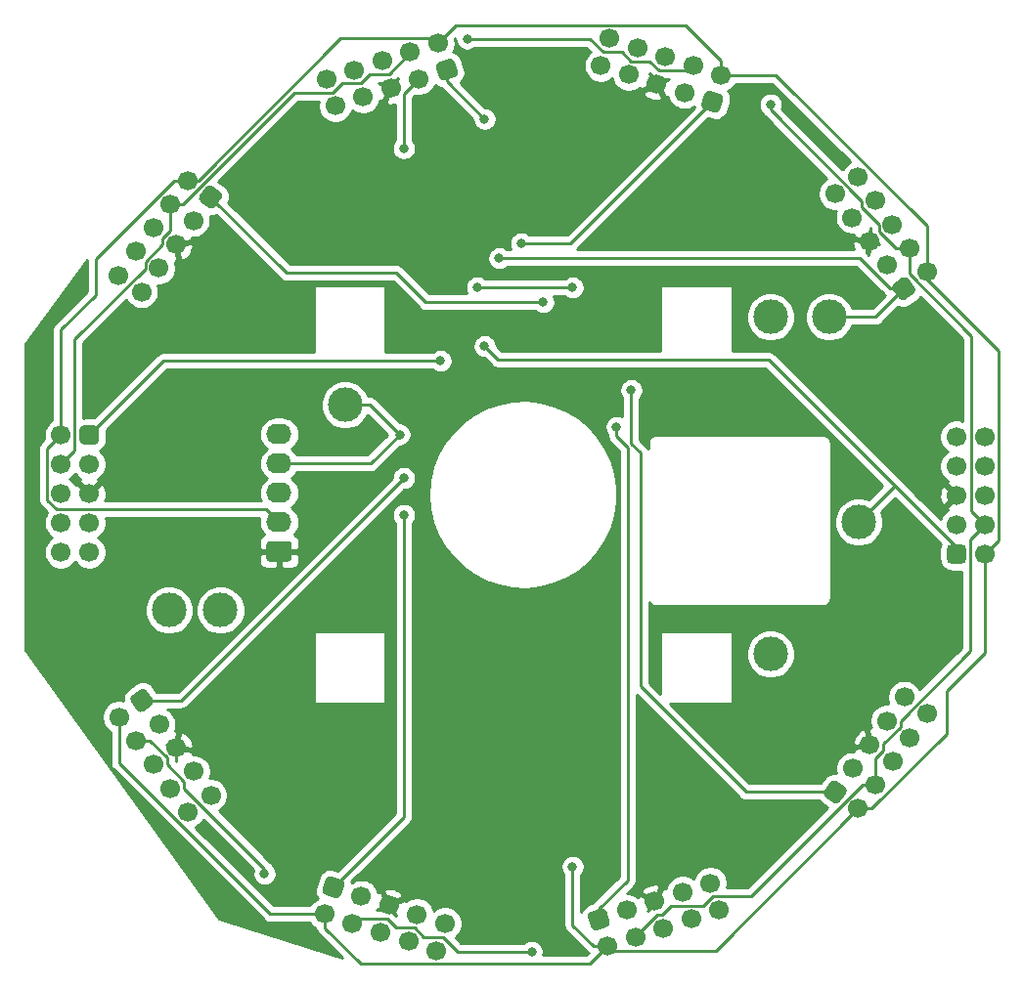
<source format=gbr>
G04 #@! TF.GenerationSoftware,KiCad,Pcbnew,5.1.6*
G04 #@! TF.CreationDate,2020-09-21T17:29:53+02:00*
G04 #@! TF.ProjectId,enigma-ToF,656e6967-6d61-42d5-946f-462e6b696361,rev?*
G04 #@! TF.SameCoordinates,Original*
G04 #@! TF.FileFunction,Copper,L2,Bot*
G04 #@! TF.FilePolarity,Positive*
%FSLAX46Y46*%
G04 Gerber Fmt 4.6, Leading zero omitted, Abs format (unit mm)*
G04 Created by KiCad (PCBNEW 5.1.6) date 2020-09-21 17:29:53*
%MOMM*%
%LPD*%
G01*
G04 APERTURE LIST*
G04 #@! TA.AperFunction,ComponentPad*
%ADD10C,3.000000*%
G04 #@! TD*
G04 #@! TA.AperFunction,ComponentPad*
%ADD11C,1.700000*%
G04 #@! TD*
G04 #@! TA.AperFunction,ComponentPad*
%ADD12O,2.190000X1.740000*%
G04 #@! TD*
G04 #@! TA.AperFunction,ViaPad*
%ADD13C,0.800000*%
G04 #@! TD*
G04 #@! TA.AperFunction,Conductor*
%ADD14C,0.250000*%
G04 #@! TD*
G04 #@! TA.AperFunction,Conductor*
%ADD15C,0.254000*%
G04 #@! TD*
G04 APERTURE END LIST*
D10*
X96520000Y-54610000D03*
X91440000Y-54610000D03*
X99060000Y-72390000D03*
X91440000Y-83820000D03*
X54610000Y-62230000D03*
X39370000Y-80010000D03*
X43815000Y-80010000D03*
G04 #@! TA.AperFunction,ComponentPad*
G36*
G01*
X96100447Y-95617876D02*
X96600065Y-94930211D01*
G75*
G02*
X97193706Y-94836188I343832J-249809D01*
G01*
X97881370Y-95335806D01*
G75*
G02*
X97975393Y-95929447I-249809J-343832D01*
G01*
X97475775Y-96617111D01*
G75*
G02*
X96882134Y-96711134I-343832J249809D01*
G01*
X96194470Y-96211516D01*
G75*
G02*
X96100447Y-95617875I249809J343832D01*
G01*
G37*
G04 #@! TD.AperFunction*
D11*
X98530895Y-93718758D03*
X100023869Y-91663855D03*
X101516844Y-89608951D03*
X103009818Y-87554048D03*
X99028102Y-97219613D03*
X100521076Y-95164709D03*
X102014051Y-93109806D03*
X103507025Y-91054903D03*
X105000000Y-89000000D03*
G04 #@! TA.AperFunction,ComponentPad*
G36*
G01*
X75910221Y-106122948D02*
X76718619Y-105860284D01*
G75*
G02*
X77254150Y-106133151I131332J-404199D01*
G01*
X77516814Y-106941549D01*
G75*
G02*
X77243947Y-107477080I-404199J-131332D01*
G01*
X76435549Y-107739744D01*
G75*
G02*
X75900018Y-107466877I-131332J404199D01*
G01*
X75637354Y-106658479D01*
G75*
G02*
X75910221Y-106122948I404199J131332D01*
G01*
G37*
G04 #@! TD.AperFunction*
X78992768Y-106015110D03*
X81408451Y-105230207D03*
X83824135Y-104445304D03*
X86239818Y-103660401D03*
X77337266Y-109139613D03*
X79752949Y-108354709D03*
X82168633Y-107569806D03*
X84584316Y-106784903D03*
X87000000Y-106000000D03*
G04 #@! TA.AperFunction,ComponentPad*
G36*
G01*
X53455913Y-103081058D02*
X54264311Y-103343722D01*
G75*
G02*
X54537178Y-103879253I-131332J-404199D01*
G01*
X54274514Y-104687651D01*
G75*
G02*
X53738983Y-104960518I-404199J131332D01*
G01*
X52930585Y-104697854D01*
G75*
G02*
X52657718Y-104162323I131332J404199D01*
G01*
X52920382Y-103353925D01*
G75*
G02*
X53455913Y-103081058I404199J-131332D01*
G01*
G37*
G04 #@! TD.AperFunction*
X56013131Y-104805691D03*
X58428815Y-105590595D03*
X60844498Y-106375498D03*
X63260182Y-107160401D03*
X52837266Y-106360387D03*
X55252949Y-107145291D03*
X57668633Y-107930194D03*
X60084316Y-108715097D03*
X62500000Y-109500000D03*
G04 #@! TA.AperFunction,ComponentPad*
G36*
G01*
X37456140Y-86990986D02*
X37955757Y-87678650D01*
G75*
G02*
X37861734Y-88272291I-343832J-249809D01*
G01*
X37174070Y-88771909D01*
G75*
G02*
X36580429Y-88677886I-249809J343832D01*
G01*
X36080811Y-87990222D01*
G75*
G02*
X36174834Y-87396581I343832J249809D01*
G01*
X36862498Y-86896963D01*
G75*
G02*
X37456139Y-86990986I249809J-343832D01*
G01*
G37*
G04 #@! TD.AperFunction*
X38511258Y-89889339D03*
X40004233Y-91944242D03*
X41497207Y-93999145D03*
X42990182Y-96054048D03*
X35028102Y-89280387D03*
X36521076Y-91335291D03*
X38014051Y-93390194D03*
X39507025Y-95445097D03*
X41000000Y-97500000D03*
G04 #@! TA.AperFunction,ComponentPad*
G36*
G01*
X33310000Y-64415000D02*
X33310000Y-65265000D01*
G75*
G02*
X32885000Y-65690000I-425000J0D01*
G01*
X32035000Y-65690000D01*
G75*
G02*
X31610000Y-65265000I0J425000D01*
G01*
X31610000Y-64415000D01*
G75*
G02*
X32035000Y-63990000I425000J0D01*
G01*
X32885000Y-63990000D01*
G75*
G02*
X33310000Y-64415000I0J-425000D01*
G01*
G37*
G04 #@! TD.AperFunction*
X32460000Y-67380000D03*
X32460000Y-69920000D03*
X32460000Y-72460000D03*
X32460000Y-75000000D03*
X30000000Y-64840000D03*
X30000000Y-67380000D03*
X30000000Y-69920000D03*
X30000000Y-72460000D03*
X30000000Y-75000000D03*
G04 #@! TA.AperFunction,ComponentPad*
G36*
G01*
X43899553Y-44382124D02*
X43399935Y-45069789D01*
G75*
G02*
X42806294Y-45163812I-343832J249809D01*
G01*
X42118630Y-44664194D01*
G75*
G02*
X42024607Y-44070553I249809J343832D01*
G01*
X42524225Y-43382889D01*
G75*
G02*
X43117866Y-43288866I343832J-249809D01*
G01*
X43805530Y-43788484D01*
G75*
G02*
X43899553Y-44382125I-249809J-343832D01*
G01*
G37*
G04 #@! TD.AperFunction*
X41469105Y-46281242D03*
X39976131Y-48336145D03*
X38483156Y-50391049D03*
X36990182Y-52445952D03*
X40971898Y-42780387D03*
X39478924Y-44835291D03*
X37985949Y-46890194D03*
X36492975Y-48945097D03*
X35000000Y-51000000D03*
G04 #@! TA.AperFunction,ComponentPad*
G36*
G01*
X64089779Y-33877052D02*
X63281381Y-34139716D01*
G75*
G02*
X62745850Y-33866849I-131332J404199D01*
G01*
X62483186Y-33058451D01*
G75*
G02*
X62756053Y-32522920I404199J131332D01*
G01*
X63564451Y-32260256D01*
G75*
G02*
X64099982Y-32533123I131332J-404199D01*
G01*
X64362646Y-33341521D01*
G75*
G02*
X64089779Y-33877052I-404199J-131332D01*
G01*
G37*
G04 #@! TD.AperFunction*
X61007232Y-33984890D03*
X58591549Y-34769793D03*
X56175865Y-35554696D03*
X53760182Y-36339599D03*
X62662734Y-30860387D03*
X60247051Y-31645291D03*
X57831367Y-32430194D03*
X55415684Y-33215097D03*
X53000000Y-34000000D03*
G04 #@! TA.AperFunction,ComponentPad*
G36*
G01*
X86544087Y-36918942D02*
X85735689Y-36656278D01*
G75*
G02*
X85462822Y-36120747I131332J404199D01*
G01*
X85725486Y-35312349D01*
G75*
G02*
X86261017Y-35039482I404199J-131332D01*
G01*
X87069415Y-35302146D01*
G75*
G02*
X87342282Y-35837677I-131332J-404199D01*
G01*
X87079618Y-36646075D01*
G75*
G02*
X86544087Y-36918942I-404199J131332D01*
G01*
G37*
G04 #@! TD.AperFunction*
X83986869Y-35194309D03*
X81571185Y-34409405D03*
X79155502Y-33624502D03*
X76739818Y-32839599D03*
X87162734Y-33639613D03*
X84747051Y-32854709D03*
X82331367Y-32069806D03*
X79915684Y-31284903D03*
X77500000Y-30500000D03*
G04 #@! TA.AperFunction,ComponentPad*
G36*
G01*
X102543860Y-53009014D02*
X102044243Y-52321350D01*
G75*
G02*
X102138266Y-51727709I343832J249809D01*
G01*
X102825930Y-51228091D01*
G75*
G02*
X103419571Y-51322114I249809J-343832D01*
G01*
X103919189Y-52009778D01*
G75*
G02*
X103825166Y-52603419I-343832J-249809D01*
G01*
X103137502Y-53103037D01*
G75*
G02*
X102543861Y-53009014I-249809J343832D01*
G01*
G37*
G04 #@! TD.AperFunction*
X101488742Y-50110661D03*
X99995767Y-48055758D03*
X98502793Y-46000855D03*
X97009818Y-43945952D03*
X104971898Y-50719613D03*
X103478924Y-48664709D03*
X101985949Y-46609806D03*
X100492975Y-44554903D03*
X99000000Y-42500000D03*
G04 #@! TA.AperFunction,ComponentPad*
G36*
G01*
X106690000Y-75585000D02*
X106690000Y-74735000D01*
G75*
G02*
X107115000Y-74310000I425000J0D01*
G01*
X107965000Y-74310000D01*
G75*
G02*
X108390000Y-74735000I0J-425000D01*
G01*
X108390000Y-75585000D01*
G75*
G02*
X107965000Y-76010000I-425000J0D01*
G01*
X107115000Y-76010000D01*
G75*
G02*
X106690000Y-75585000I0J425000D01*
G01*
G37*
G04 #@! TD.AperFunction*
X107540000Y-72620000D03*
X107540000Y-70080000D03*
X107540000Y-67540000D03*
X107540000Y-65000000D03*
X110000000Y-75160000D03*
X110000000Y-72620000D03*
X110000000Y-70080000D03*
X110000000Y-67540000D03*
X110000000Y-65000000D03*
D12*
X48895000Y-64770000D03*
X48895000Y-67310000D03*
X48895000Y-69850000D03*
X48895000Y-72390000D03*
G04 #@! TA.AperFunction,ComponentPad*
G36*
G01*
X49740001Y-75800000D02*
X48049999Y-75800000D01*
G75*
G02*
X47800000Y-75550001I0J249999D01*
G01*
X47800000Y-74309999D01*
G75*
G02*
X48049999Y-74060000I249999J0D01*
G01*
X49740001Y-74060000D01*
G75*
G02*
X49990000Y-74309999I0J-249999D01*
G01*
X49990000Y-75550001D01*
G75*
G02*
X49740001Y-75800000I-249999J0D01*
G01*
G37*
G04 #@! TD.AperFunction*
D13*
X76835000Y-95250000D03*
X66675000Y-48260000D03*
X62865000Y-48260000D03*
X90805000Y-47625000D03*
X90805000Y-51435000D03*
X83820000Y-41910000D03*
X81280000Y-39370000D03*
X51435000Y-91440000D03*
X74295000Y-52070000D03*
X66040000Y-52070000D03*
X59690000Y-40005000D03*
X66675000Y-57150000D03*
X67945000Y-49530000D03*
X69850000Y-48260000D03*
X66675000Y-37465000D03*
X71755000Y-53340000D03*
X62865000Y-58420000D03*
X59690000Y-68580006D03*
X59690000Y-71755000D03*
X78105000Y-64135000D03*
X79375000Y-60960000D03*
X59325492Y-64801744D03*
X65176400Y-30505400D03*
X70764400Y-109601000D03*
X91440000Y-36195004D03*
X47625000Y-102870000D03*
X74295000Y-102235000D03*
D14*
X74295000Y-52070000D02*
X66040000Y-52070000D01*
X59690000Y-35302122D02*
X61007232Y-33984890D01*
X59690000Y-40005000D02*
X59690000Y-35302122D01*
X107540000Y-74580364D02*
X107540000Y-75160000D01*
X67850010Y-58325010D02*
X91284646Y-58325010D01*
X66675000Y-57150000D02*
X67850010Y-58325010D01*
X102204818Y-69245182D02*
X107540000Y-74580364D01*
X99060000Y-72390000D02*
X102204818Y-69245182D01*
X91284646Y-58325010D02*
X102204818Y-69245182D01*
X102981716Y-52165564D02*
X101804643Y-52165564D01*
X99169079Y-49530000D02*
X67945000Y-49530000D01*
X101804643Y-52165564D02*
X99169079Y-49530000D01*
X100537280Y-54610000D02*
X102981716Y-52165564D01*
X96520000Y-54610000D02*
X100537280Y-54610000D01*
X86402552Y-35979212D02*
X74121764Y-48260000D01*
X74121764Y-48260000D02*
X69850000Y-48260000D01*
X63422916Y-34212916D02*
X63422916Y-33199986D01*
X66675000Y-37465000D02*
X63422916Y-34212916D01*
X49535741Y-50800000D02*
X42962080Y-44226339D01*
X59055000Y-50800000D02*
X49535741Y-50800000D01*
X61595000Y-53340000D02*
X59055000Y-50800000D01*
X71755000Y-53340000D02*
X61595000Y-53340000D01*
X38880000Y-58420000D02*
X32460000Y-64840000D01*
X62865000Y-58420000D02*
X38880000Y-58420000D01*
X40435570Y-87834436D02*
X59690000Y-68580006D01*
X37018284Y-87834436D02*
X40435570Y-87834436D01*
X59690000Y-97928236D02*
X59690000Y-71755000D01*
X53597448Y-104020788D02*
X59690000Y-97928236D01*
X78105000Y-64945366D02*
X78105000Y-64135000D01*
X79065010Y-65905376D02*
X78105000Y-64945366D01*
X76577084Y-106800014D02*
X76577084Y-105906272D01*
X76577084Y-105906272D02*
X79065010Y-103418346D01*
X79065010Y-103418346D02*
X79065010Y-65905376D01*
X89314025Y-95773661D02*
X97037920Y-95773661D01*
X80174990Y-86634626D02*
X89314025Y-95773661D01*
X79375000Y-65578955D02*
X80174990Y-66378945D01*
X79375000Y-60960000D02*
X79375000Y-65578955D01*
X80174990Y-66378945D02*
X80174990Y-86634626D01*
X56817236Y-67310000D02*
X59325492Y-64801744D01*
X48895000Y-67310000D02*
X56817236Y-67310000D01*
X56753748Y-62230000D02*
X59325492Y-64801744D01*
X54610000Y-62230000D02*
X56753748Y-62230000D01*
X38801130Y-47814015D02*
X39478924Y-47136221D01*
X38801130Y-48334073D02*
X38801130Y-47814015D01*
X37308155Y-49827048D02*
X38801130Y-48334073D01*
X37308155Y-50430847D02*
X37308155Y-49827048D01*
X31175001Y-56564001D02*
X37308155Y-50430847D01*
X39478924Y-47136221D02*
X39478924Y-44835291D01*
X31175001Y-66204999D02*
X31175001Y-56564001D01*
X30000000Y-67380000D02*
X31175001Y-66204999D01*
X84356953Y-33244807D02*
X84747051Y-32854709D01*
X81767366Y-33244807D02*
X84356953Y-33244807D01*
X80982463Y-32459904D02*
X81767366Y-33244807D01*
X79351683Y-32459904D02*
X80982463Y-32459904D01*
X78566780Y-31675001D02*
X79351683Y-32459904D01*
X76935999Y-31675001D02*
X78566780Y-31675001D01*
X75766398Y-30505400D02*
X76935999Y-31675001D01*
X65176400Y-30505400D02*
X75766398Y-30505400D01*
X100521076Y-92863779D02*
X100521076Y-95164709D01*
X101198870Y-92185985D02*
X100521076Y-92863779D01*
X101198870Y-91624056D02*
X101198870Y-92185985D01*
X102691845Y-90131081D02*
X101198870Y-91624056D01*
X102691845Y-89611023D02*
X102691845Y-90131081D01*
X108715010Y-83587858D02*
X102691845Y-89611023D01*
X108715010Y-73904990D02*
X108715010Y-83587858D01*
X110000000Y-72620000D02*
X108715010Y-73904990D01*
X58232634Y-106755193D02*
X55643047Y-106755193D01*
X59017537Y-107540096D02*
X58232634Y-106755193D01*
X60648317Y-107540096D02*
X59017537Y-107540096D01*
X61433220Y-108324999D02*
X60648317Y-107540096D01*
X63064001Y-108324999D02*
X61433220Y-108324999D01*
X55643047Y-106755193D02*
X55252949Y-107145291D01*
X64340002Y-109601000D02*
X63064001Y-108324999D01*
X70764400Y-109601000D02*
X64340002Y-109601000D01*
X91440000Y-36679002D02*
X91440000Y-36195004D01*
X100810948Y-46611878D02*
X99317974Y-45118904D01*
X99317974Y-44556976D02*
X91440000Y-36679002D01*
X103478924Y-48664709D02*
X102276843Y-48664709D01*
X102276843Y-48664709D02*
X100810948Y-47198814D01*
X100810948Y-47198814D02*
X100810948Y-46611878D01*
X99317974Y-45118904D02*
X99317974Y-44556976D01*
X37723157Y-91335291D02*
X39189052Y-92801186D01*
X39189052Y-92801186D02*
X39189052Y-93388122D01*
X39189052Y-93388122D02*
X40682026Y-94881096D01*
X36521076Y-91335291D02*
X37723157Y-91335291D01*
X40682026Y-94881096D02*
X40682026Y-95443024D01*
X40682026Y-95443024D02*
X47625000Y-102385998D01*
X47625000Y-102385998D02*
X47625000Y-102870000D01*
X108824999Y-71444999D02*
X110000000Y-72620000D01*
X108824999Y-56252079D02*
X108824999Y-71444999D01*
X103478924Y-50906004D02*
X108824999Y-56252079D01*
X103478924Y-48664709D02*
X103478924Y-50906004D01*
X40589989Y-44835291D02*
X50250279Y-35175001D01*
X50250279Y-35175001D02*
X53564001Y-35175001D01*
X39478924Y-44835291D02*
X40589989Y-44835291D01*
X53564001Y-35175001D02*
X54348904Y-34390098D01*
X54348904Y-34390098D02*
X55979685Y-34390098D01*
X58395368Y-33605195D02*
X60247051Y-31753512D01*
X55979685Y-34390098D02*
X56764588Y-33605195D01*
X56764588Y-33605195D02*
X58395368Y-33605195D01*
X60247051Y-31753512D02*
X60247051Y-31645291D01*
X79752949Y-108246488D02*
X79752949Y-108354709D01*
X85651095Y-105609902D02*
X84398539Y-105609902D01*
X99399291Y-95164709D02*
X89739001Y-104824999D01*
X82073195Y-106394805D02*
X81604632Y-106394805D01*
X100521076Y-95164709D02*
X99399291Y-95164709D01*
X82847695Y-105620305D02*
X82073195Y-106394805D01*
X81604632Y-106394805D02*
X79752949Y-108246488D01*
X89739001Y-104824999D02*
X86435999Y-104824999D01*
X84398539Y-105609902D02*
X84388136Y-105620305D01*
X86435999Y-104824999D02*
X85651095Y-105609902D01*
X84388136Y-105620305D02*
X82847695Y-105620305D01*
X84050201Y-29324999D02*
X87162734Y-32437532D01*
X87162734Y-32437532D02*
X87162734Y-33639613D01*
X64198122Y-29324999D02*
X84050201Y-29324999D01*
X62662734Y-30860387D02*
X64198122Y-29324999D01*
X91878615Y-33639613D02*
X104971898Y-46732896D01*
X104971898Y-46732896D02*
X104971898Y-50719613D01*
X87162734Y-33639613D02*
X91878615Y-33639613D01*
X111175001Y-73984999D02*
X110000000Y-75160000D01*
X111175001Y-57565923D02*
X111175001Y-73984999D01*
X104971898Y-51362820D02*
X111175001Y-57565923D01*
X104971898Y-50719613D02*
X104971898Y-51362820D01*
X52837266Y-107562468D02*
X52837266Y-106360387D01*
X55949799Y-110675001D02*
X52837266Y-107562468D01*
X75801878Y-110675001D02*
X55949799Y-110675001D01*
X77337266Y-109139613D02*
X75801878Y-110675001D01*
X35028102Y-93267104D02*
X35028102Y-89280387D01*
X48121385Y-106360387D02*
X35028102Y-93267104D01*
X52837266Y-106360387D02*
X48121385Y-106360387D01*
X76135185Y-109139613D02*
X74295000Y-107299428D01*
X77337266Y-109139613D02*
X76135185Y-109139613D01*
X74295000Y-107299428D02*
X74295000Y-102235000D01*
X33020000Y-49555213D02*
X39794826Y-42780387D01*
X39794826Y-42780387D02*
X40971898Y-42780387D01*
X30000000Y-55725000D02*
X33020000Y-52705000D01*
X33020000Y-52705000D02*
X33020000Y-49555213D01*
X30000000Y-64840000D02*
X30000000Y-55725000D01*
X100205174Y-97219613D02*
X99028102Y-97219613D01*
X106680000Y-90744787D02*
X100205174Y-97219613D01*
X106680000Y-86995000D02*
X106680000Y-90744787D01*
X110000000Y-83675000D02*
X106680000Y-86995000D01*
X110000000Y-75160000D02*
X110000000Y-83675000D01*
X28824999Y-66015001D02*
X30000000Y-64840000D01*
X28824999Y-70484001D02*
X28824999Y-66015001D01*
X29625997Y-71284999D02*
X28824999Y-70484001D01*
X47789999Y-71284999D02*
X29625997Y-71284999D01*
X48895000Y-72390000D02*
X47789999Y-71284999D01*
X40971898Y-42780387D02*
X41928613Y-42780387D01*
X41928613Y-42780387D02*
X54229000Y-30480000D01*
X54229000Y-30480000D02*
X59673340Y-30480000D01*
X60820762Y-30480000D02*
X62282347Y-30480000D01*
X59673340Y-30480000D02*
X59683050Y-30470290D01*
X59683050Y-30470290D02*
X60811052Y-30470290D01*
X60811052Y-30470290D02*
X60820762Y-30480000D01*
X62282347Y-30480000D02*
X62662734Y-30860387D01*
X86718005Y-109529710D02*
X77727363Y-109529710D01*
X99028102Y-97219613D02*
X86718005Y-109529710D01*
X77727363Y-109529710D02*
X77337266Y-109139613D01*
D15*
G36*
X64141400Y-30607339D02*
G01*
X64181174Y-30807298D01*
X64259195Y-30995656D01*
X64372463Y-31165174D01*
X64516626Y-31309337D01*
X64686144Y-31422605D01*
X64874502Y-31500626D01*
X65074461Y-31540400D01*
X65278339Y-31540400D01*
X65478298Y-31500626D01*
X65666656Y-31422605D01*
X65836174Y-31309337D01*
X65880111Y-31265400D01*
X75451597Y-31265400D01*
X75840624Y-31654427D01*
X75793186Y-31686124D01*
X75586343Y-31892967D01*
X75423828Y-32136188D01*
X75311886Y-32406441D01*
X75254818Y-32693339D01*
X75254818Y-32985859D01*
X75311886Y-33272757D01*
X75423828Y-33543010D01*
X75586343Y-33786231D01*
X75793186Y-33993074D01*
X76036407Y-34155589D01*
X76306660Y-34267531D01*
X76593558Y-34324599D01*
X76886078Y-34324599D01*
X77172976Y-34267531D01*
X77443229Y-34155589D01*
X77686450Y-33993074D01*
X77710032Y-33969492D01*
X77727570Y-34057660D01*
X77839512Y-34327913D01*
X78002027Y-34571134D01*
X78208870Y-34777977D01*
X78452091Y-34940492D01*
X78722344Y-35052434D01*
X79009242Y-35109502D01*
X79301762Y-35109502D01*
X79588660Y-35052434D01*
X79858913Y-34940492D01*
X80102134Y-34777977D01*
X80126200Y-34753911D01*
X80330830Y-34898862D01*
X81357778Y-34375606D01*
X81377436Y-34395264D01*
X81557044Y-34215656D01*
X81093992Y-33752604D01*
X80983492Y-33535736D01*
X81203571Y-33755815D01*
X81227365Y-33784808D01*
X81256358Y-33808602D01*
X81256362Y-33808606D01*
X81292947Y-33838630D01*
X81343090Y-33879781D01*
X81475119Y-33950353D01*
X81480682Y-33952040D01*
X81604984Y-34195998D01*
X81585326Y-34215656D01*
X81764934Y-34395264D01*
X82155391Y-34004807D01*
X82644995Y-34004807D01*
X81784592Y-34443204D01*
X81764934Y-34423546D01*
X81585326Y-34603154D01*
X82048377Y-35066205D01*
X82286958Y-35534446D01*
X82519409Y-35537237D01*
X82536081Y-35553909D01*
X82542941Y-35547049D01*
X82558937Y-35627467D01*
X82670879Y-35897720D01*
X82833394Y-36140941D01*
X83040237Y-36347784D01*
X83283458Y-36510299D01*
X83553711Y-36622241D01*
X83840609Y-36679309D01*
X84133129Y-36679309D01*
X84420027Y-36622241D01*
X84690280Y-36510299D01*
X84822649Y-36421853D01*
X84832113Y-36474849D01*
X73806963Y-47500000D01*
X70553711Y-47500000D01*
X70509774Y-47456063D01*
X70340256Y-47342795D01*
X70151898Y-47264774D01*
X69951939Y-47225000D01*
X69748061Y-47225000D01*
X69548102Y-47264774D01*
X69359744Y-47342795D01*
X69190226Y-47456063D01*
X69046063Y-47600226D01*
X68932795Y-47769744D01*
X68854774Y-47958102D01*
X68815000Y-48158061D01*
X68815000Y-48361939D01*
X68854774Y-48561898D01*
X68932795Y-48750256D01*
X68945987Y-48770000D01*
X68648711Y-48770000D01*
X68604774Y-48726063D01*
X68435256Y-48612795D01*
X68246898Y-48534774D01*
X68046939Y-48495000D01*
X67843061Y-48495000D01*
X67643102Y-48534774D01*
X67454744Y-48612795D01*
X67285226Y-48726063D01*
X67141063Y-48870226D01*
X67027795Y-49039744D01*
X66949774Y-49228102D01*
X66910000Y-49428061D01*
X66910000Y-49631939D01*
X66949774Y-49831898D01*
X67027795Y-50020256D01*
X67141063Y-50189774D01*
X67285226Y-50333937D01*
X67454744Y-50447205D01*
X67643102Y-50525226D01*
X67843061Y-50565000D01*
X68046939Y-50565000D01*
X68246898Y-50525226D01*
X68435256Y-50447205D01*
X68604774Y-50333937D01*
X68648711Y-50290000D01*
X98854278Y-50290000D01*
X101240844Y-52676567D01*
X101264642Y-52705565D01*
X101320814Y-52751664D01*
X100222479Y-53850000D01*
X98516105Y-53850000D01*
X98412012Y-53598698D01*
X98178363Y-53249017D01*
X97880983Y-52951637D01*
X97531302Y-52717988D01*
X97142756Y-52557047D01*
X96730279Y-52475000D01*
X96309721Y-52475000D01*
X95897244Y-52557047D01*
X95508698Y-52717988D01*
X95159017Y-52951637D01*
X94861637Y-53249017D01*
X94627988Y-53598698D01*
X94467047Y-53987244D01*
X94385000Y-54399721D01*
X94385000Y-54820279D01*
X94467047Y-55232756D01*
X94627988Y-55621302D01*
X94861637Y-55970983D01*
X95159017Y-56268363D01*
X95508698Y-56502012D01*
X95897244Y-56662953D01*
X96309721Y-56745000D01*
X96730279Y-56745000D01*
X97142756Y-56662953D01*
X97531302Y-56502012D01*
X97880983Y-56268363D01*
X98178363Y-55970983D01*
X98412012Y-55621302D01*
X98516105Y-55370000D01*
X100499958Y-55370000D01*
X100537280Y-55373676D01*
X100574602Y-55370000D01*
X100574613Y-55370000D01*
X100686266Y-55359003D01*
X100829527Y-55315546D01*
X100961556Y-55244974D01*
X101077281Y-55150001D01*
X101101084Y-55120997D01*
X102483225Y-53738856D01*
X102519746Y-53756570D01*
X102721393Y-53809189D01*
X102929430Y-53821457D01*
X103135863Y-53792904D01*
X103332759Y-53724626D01*
X103512552Y-53619248D01*
X104200216Y-53119630D01*
X104355995Y-52981200D01*
X104409128Y-52911009D01*
X108064999Y-56566881D01*
X108064999Y-63610110D01*
X107973158Y-63572068D01*
X107686260Y-63515000D01*
X107393740Y-63515000D01*
X107106842Y-63572068D01*
X106836589Y-63684010D01*
X106593368Y-63846525D01*
X106386525Y-64053368D01*
X106224010Y-64296589D01*
X106112068Y-64566842D01*
X106055000Y-64853740D01*
X106055000Y-65146260D01*
X106112068Y-65433158D01*
X106224010Y-65703411D01*
X106386525Y-65946632D01*
X106593368Y-66153475D01*
X106767760Y-66270000D01*
X106593368Y-66386525D01*
X106386525Y-66593368D01*
X106224010Y-66836589D01*
X106112068Y-67106842D01*
X106055000Y-67393740D01*
X106055000Y-67686260D01*
X106112068Y-67973158D01*
X106224010Y-68243411D01*
X106386525Y-68486632D01*
X106593368Y-68693475D01*
X106766729Y-68809311D01*
X106691208Y-69051603D01*
X107540000Y-69900395D01*
X107554143Y-69886253D01*
X107733748Y-70065858D01*
X107719605Y-70080000D01*
X107733748Y-70094143D01*
X107554143Y-70273748D01*
X107540000Y-70259605D01*
X106691208Y-71108397D01*
X106766729Y-71350689D01*
X106593368Y-71466525D01*
X106386525Y-71673368D01*
X106224010Y-71916589D01*
X106144055Y-72109618D01*
X104182968Y-70148531D01*
X106049389Y-70148531D01*
X106091401Y-70438019D01*
X106189081Y-70713747D01*
X106262528Y-70851157D01*
X106511603Y-70928792D01*
X107360395Y-70080000D01*
X106511603Y-69231208D01*
X106262528Y-69308843D01*
X106136629Y-69572883D01*
X106064661Y-69856411D01*
X106049389Y-70148531D01*
X104182968Y-70148531D01*
X102768622Y-68734185D01*
X102768617Y-68734179D01*
X102768607Y-68734169D01*
X102744818Y-68705182D01*
X102715831Y-68681393D01*
X91848450Y-57814013D01*
X91824647Y-57785009D01*
X91708922Y-57690036D01*
X91576893Y-57619464D01*
X91433632Y-57576007D01*
X91321979Y-57565010D01*
X91321968Y-57565010D01*
X91284646Y-57561334D01*
X91247324Y-57565010D01*
X88127000Y-57565010D01*
X88127000Y-54399721D01*
X89305000Y-54399721D01*
X89305000Y-54820279D01*
X89387047Y-55232756D01*
X89547988Y-55621302D01*
X89781637Y-55970983D01*
X90079017Y-56268363D01*
X90428698Y-56502012D01*
X90817244Y-56662953D01*
X91229721Y-56745000D01*
X91650279Y-56745000D01*
X92062756Y-56662953D01*
X92451302Y-56502012D01*
X92800983Y-56268363D01*
X93098363Y-55970983D01*
X93332012Y-55621302D01*
X93492953Y-55232756D01*
X93575000Y-54820279D01*
X93575000Y-54399721D01*
X93492953Y-53987244D01*
X93332012Y-53598698D01*
X93098363Y-53249017D01*
X92800983Y-52951637D01*
X92451302Y-52717988D01*
X92062756Y-52557047D01*
X91650279Y-52475000D01*
X91229721Y-52475000D01*
X90817244Y-52557047D01*
X90428698Y-52717988D01*
X90079017Y-52951637D01*
X89781637Y-53249017D01*
X89547988Y-53598698D01*
X89387047Y-53987244D01*
X89305000Y-54399721D01*
X88127000Y-54399721D01*
X88127000Y-52000000D01*
X88124560Y-51975224D01*
X88117333Y-51951399D01*
X88105597Y-51929443D01*
X88089803Y-51910197D01*
X88070557Y-51894403D01*
X88048601Y-51882667D01*
X88024776Y-51875440D01*
X88000000Y-51873000D01*
X82000000Y-51873000D01*
X81975224Y-51875440D01*
X81951399Y-51882667D01*
X81929443Y-51894403D01*
X81910197Y-51910197D01*
X81894403Y-51929443D01*
X81882667Y-51951399D01*
X81875440Y-51975224D01*
X81873000Y-52000000D01*
X81873000Y-57565010D01*
X68164812Y-57565010D01*
X67710000Y-57110199D01*
X67710000Y-57048061D01*
X67670226Y-56848102D01*
X67592205Y-56659744D01*
X67478937Y-56490226D01*
X67334774Y-56346063D01*
X67165256Y-56232795D01*
X66976898Y-56154774D01*
X66776939Y-56115000D01*
X66573061Y-56115000D01*
X66373102Y-56154774D01*
X66184744Y-56232795D01*
X66015226Y-56346063D01*
X65871063Y-56490226D01*
X65757795Y-56659744D01*
X65679774Y-56848102D01*
X65640000Y-57048061D01*
X65640000Y-57251939D01*
X65679774Y-57451898D01*
X65757795Y-57640256D01*
X65871063Y-57809774D01*
X66015226Y-57953937D01*
X66184744Y-58067205D01*
X66373102Y-58145226D01*
X66573061Y-58185000D01*
X66635199Y-58185000D01*
X67286210Y-58836012D01*
X67310009Y-58865011D01*
X67339007Y-58888809D01*
X67425733Y-58959984D01*
X67557763Y-59030556D01*
X67701024Y-59074013D01*
X67812677Y-59085010D01*
X67812686Y-59085010D01*
X67850009Y-59088686D01*
X67887332Y-59085010D01*
X90969845Y-59085010D01*
X101130016Y-69245182D01*
X99934059Y-70441140D01*
X99682756Y-70337047D01*
X99270279Y-70255000D01*
X98849721Y-70255000D01*
X98437244Y-70337047D01*
X98048698Y-70497988D01*
X97699017Y-70731637D01*
X97401637Y-71029017D01*
X97167988Y-71378698D01*
X97007047Y-71767244D01*
X96925000Y-72179721D01*
X96925000Y-72600279D01*
X97007047Y-73012756D01*
X97167988Y-73401302D01*
X97401637Y-73750983D01*
X97699017Y-74048363D01*
X98048698Y-74282012D01*
X98437244Y-74442953D01*
X98849721Y-74525000D01*
X99270279Y-74525000D01*
X99682756Y-74442953D01*
X100071302Y-74282012D01*
X100420983Y-74048363D01*
X100718363Y-73750983D01*
X100952012Y-73401302D01*
X101112953Y-73012756D01*
X101195000Y-72600279D01*
X101195000Y-72179721D01*
X101112953Y-71767244D01*
X101008860Y-71515941D01*
X102204818Y-70319983D01*
X106160773Y-74275939D01*
X106132850Y-74328180D01*
X106072355Y-74527605D01*
X106051928Y-74735000D01*
X106051928Y-75585000D01*
X106072355Y-75792395D01*
X106132850Y-75991820D01*
X106231088Y-76175611D01*
X106363295Y-76336705D01*
X106524389Y-76468912D01*
X106708180Y-76567150D01*
X106907605Y-76627645D01*
X107115000Y-76648072D01*
X107955010Y-76648072D01*
X107955011Y-83273055D01*
X104340928Y-86887139D01*
X104325808Y-86850637D01*
X104163293Y-86607416D01*
X103956450Y-86400573D01*
X103713229Y-86238058D01*
X103442976Y-86126116D01*
X103156078Y-86069048D01*
X102863558Y-86069048D01*
X102576660Y-86126116D01*
X102306407Y-86238058D01*
X102063186Y-86400573D01*
X101856343Y-86607416D01*
X101693828Y-86850637D01*
X101581886Y-87120890D01*
X101524818Y-87407788D01*
X101524818Y-87700308D01*
X101581886Y-87987206D01*
X101638527Y-88123951D01*
X101370584Y-88123951D01*
X101083686Y-88181019D01*
X100813433Y-88292961D01*
X100570212Y-88455476D01*
X100363369Y-88662319D01*
X100200854Y-88905540D01*
X100088912Y-89175793D01*
X100031844Y-89462691D01*
X100031844Y-89755211D01*
X100088912Y-90042109D01*
X100146247Y-90180528D01*
X99941659Y-90332957D01*
X100110313Y-91397803D01*
X100038010Y-91470106D01*
X100217618Y-91649714D01*
X100390059Y-91477273D01*
X100452184Y-91467433D01*
X100449867Y-91475071D01*
X100438870Y-91586724D01*
X100438870Y-91586734D01*
X100435194Y-91624056D01*
X100438870Y-91661378D01*
X100438870Y-91726708D01*
X100289921Y-91750299D01*
X100217618Y-91677996D01*
X100038010Y-91857604D01*
X100210452Y-92030046D01*
X100219962Y-92090092D01*
X100010078Y-92299976D01*
X99997653Y-92310173D01*
X99937425Y-91929907D01*
X100009728Y-91857604D01*
X99830120Y-91677996D01*
X99657679Y-91850437D01*
X98732705Y-91996938D01*
X98652601Y-92233758D01*
X98384635Y-92233758D01*
X98097737Y-92290826D01*
X97827484Y-92402768D01*
X97584263Y-92565283D01*
X97377420Y-92772126D01*
X97214905Y-93015347D01*
X97102963Y-93285600D01*
X97045895Y-93572498D01*
X97045895Y-93865018D01*
X97099298Y-94133490D01*
X96985634Y-94117768D01*
X96777597Y-94130036D01*
X96575950Y-94182655D01*
X96388444Y-94273602D01*
X96222284Y-94399382D01*
X96083854Y-94555161D01*
X95750734Y-95013661D01*
X89628827Y-95013661D01*
X86152021Y-91536855D01*
X98537098Y-91536855D01*
X98692971Y-91746065D01*
X99878565Y-91558286D01*
X99690786Y-90372691D01*
X99443647Y-90289097D01*
X99186594Y-90428708D01*
X98961717Y-90615785D01*
X98777658Y-90843139D01*
X98641489Y-91102033D01*
X98558445Y-91382517D01*
X98537098Y-91536855D01*
X86152021Y-91536855D01*
X82742165Y-88127000D01*
X88000000Y-88127000D01*
X88024776Y-88124560D01*
X88048601Y-88117333D01*
X88070557Y-88105597D01*
X88089803Y-88089803D01*
X88105597Y-88070557D01*
X88117333Y-88048601D01*
X88124560Y-88024776D01*
X88127000Y-88000000D01*
X88127000Y-83609721D01*
X89305000Y-83609721D01*
X89305000Y-84030279D01*
X89387047Y-84442756D01*
X89547988Y-84831302D01*
X89781637Y-85180983D01*
X90079017Y-85478363D01*
X90428698Y-85712012D01*
X90817244Y-85872953D01*
X91229721Y-85955000D01*
X91650279Y-85955000D01*
X92062756Y-85872953D01*
X92451302Y-85712012D01*
X92800983Y-85478363D01*
X93098363Y-85180983D01*
X93332012Y-84831302D01*
X93492953Y-84442756D01*
X93575000Y-84030279D01*
X93575000Y-83609721D01*
X93492953Y-83197244D01*
X93332012Y-82808698D01*
X93098363Y-82459017D01*
X92800983Y-82161637D01*
X92451302Y-81927988D01*
X92062756Y-81767047D01*
X91650279Y-81685000D01*
X91229721Y-81685000D01*
X90817244Y-81767047D01*
X90428698Y-81927988D01*
X90079017Y-82161637D01*
X89781637Y-82459017D01*
X89547988Y-82808698D01*
X89387047Y-83197244D01*
X89305000Y-83609721D01*
X88127000Y-83609721D01*
X88127000Y-82000000D01*
X88124560Y-81975224D01*
X88117333Y-81951399D01*
X88105597Y-81929443D01*
X88089803Y-81910197D01*
X88070557Y-81894403D01*
X88048601Y-81882667D01*
X88024776Y-81875440D01*
X88000000Y-81873000D01*
X82000000Y-81873000D01*
X81975224Y-81875440D01*
X81951399Y-81882667D01*
X81929443Y-81894403D01*
X81910197Y-81910197D01*
X81894403Y-81929443D01*
X81882667Y-81951399D01*
X81875440Y-81975224D01*
X81873000Y-82000000D01*
X81873000Y-87257835D01*
X80934990Y-86319825D01*
X80934990Y-79343034D01*
X80948575Y-79368450D01*
X81031052Y-79468948D01*
X81131550Y-79551425D01*
X81246207Y-79612710D01*
X81370617Y-79650450D01*
X81500000Y-79663193D01*
X81532419Y-79660000D01*
X95967581Y-79660000D01*
X96000000Y-79663193D01*
X96032419Y-79660000D01*
X96129383Y-79650450D01*
X96253793Y-79612710D01*
X96368450Y-79551425D01*
X96468948Y-79468948D01*
X96551425Y-79368450D01*
X96612710Y-79253793D01*
X96650450Y-79129383D01*
X96663193Y-79000000D01*
X96660000Y-78967581D01*
X96660000Y-65532419D01*
X96663193Y-65500000D01*
X96650450Y-65370617D01*
X96612710Y-65246207D01*
X96551425Y-65131550D01*
X96468948Y-65031052D01*
X96368450Y-64948575D01*
X96253793Y-64887290D01*
X96129383Y-64849550D01*
X96032419Y-64840000D01*
X96000000Y-64836807D01*
X95967581Y-64840000D01*
X81532419Y-64840000D01*
X81500000Y-64836807D01*
X81467581Y-64840000D01*
X81370617Y-64849550D01*
X81246207Y-64887290D01*
X81131550Y-64948575D01*
X81031052Y-65031052D01*
X80948575Y-65131550D01*
X80887290Y-65246207D01*
X80849550Y-65370617D01*
X80836807Y-65500000D01*
X80840001Y-65532429D01*
X80840001Y-66010863D01*
X80809964Y-65954669D01*
X80714991Y-65838944D01*
X80685994Y-65815147D01*
X80135000Y-65264154D01*
X80135000Y-61663711D01*
X80178937Y-61619774D01*
X80292205Y-61450256D01*
X80370226Y-61261898D01*
X80410000Y-61061939D01*
X80410000Y-60858061D01*
X80370226Y-60658102D01*
X80292205Y-60469744D01*
X80178937Y-60300226D01*
X80034774Y-60156063D01*
X79865256Y-60042795D01*
X79676898Y-59964774D01*
X79476939Y-59925000D01*
X79273061Y-59925000D01*
X79073102Y-59964774D01*
X78884744Y-60042795D01*
X78715226Y-60156063D01*
X78571063Y-60300226D01*
X78457795Y-60469744D01*
X78379774Y-60658102D01*
X78340000Y-60858061D01*
X78340000Y-61061939D01*
X78379774Y-61261898D01*
X78457795Y-61450256D01*
X78571063Y-61619774D01*
X78615000Y-61663711D01*
X78615000Y-63230988D01*
X78595256Y-63217795D01*
X78406898Y-63139774D01*
X78206939Y-63100000D01*
X78003061Y-63100000D01*
X77803102Y-63139774D01*
X77614744Y-63217795D01*
X77445226Y-63331063D01*
X77301063Y-63475226D01*
X77187795Y-63644744D01*
X77109774Y-63833102D01*
X77070000Y-64033061D01*
X77070000Y-64236939D01*
X77109774Y-64436898D01*
X77187795Y-64625256D01*
X77301063Y-64794774D01*
X77345000Y-64838711D01*
X77345000Y-64908044D01*
X77341324Y-64945366D01*
X77345000Y-64982688D01*
X77345000Y-64982698D01*
X77355997Y-65094351D01*
X77387993Y-65199830D01*
X77399454Y-65237612D01*
X77470026Y-65369642D01*
X77498058Y-65403799D01*
X77564999Y-65485367D01*
X77594002Y-65509170D01*
X78305011Y-66220179D01*
X78305010Y-103103544D01*
X76066082Y-105342473D01*
X76037084Y-105366271D01*
X76013286Y-105395269D01*
X76013285Y-105395270D01*
X75987230Y-105427017D01*
X75713046Y-105516105D01*
X75522114Y-105599621D01*
X75351143Y-105718780D01*
X75206705Y-105869005D01*
X75094349Y-106044522D01*
X75055000Y-106145058D01*
X75055000Y-102938711D01*
X75098937Y-102894774D01*
X75212205Y-102725256D01*
X75290226Y-102536898D01*
X75330000Y-102336939D01*
X75330000Y-102133061D01*
X75290226Y-101933102D01*
X75212205Y-101744744D01*
X75098937Y-101575226D01*
X74954774Y-101431063D01*
X74785256Y-101317795D01*
X74596898Y-101239774D01*
X74396939Y-101200000D01*
X74193061Y-101200000D01*
X73993102Y-101239774D01*
X73804744Y-101317795D01*
X73635226Y-101431063D01*
X73491063Y-101575226D01*
X73377795Y-101744744D01*
X73299774Y-101933102D01*
X73260000Y-102133061D01*
X73260000Y-102336939D01*
X73299774Y-102536898D01*
X73377795Y-102725256D01*
X73491063Y-102894774D01*
X73535001Y-102938712D01*
X73535000Y-107262105D01*
X73531324Y-107299428D01*
X73535000Y-107336750D01*
X73535000Y-107336760D01*
X73545997Y-107448413D01*
X73582748Y-107569567D01*
X73589454Y-107591674D01*
X73660026Y-107723704D01*
X73690799Y-107761200D01*
X73754999Y-107839429D01*
X73784003Y-107863232D01*
X75571385Y-109650615D01*
X75595184Y-109679614D01*
X75624182Y-109703412D01*
X75665092Y-109736986D01*
X75487077Y-109915001D01*
X71754613Y-109915001D01*
X71759626Y-109902898D01*
X71799400Y-109702939D01*
X71799400Y-109499061D01*
X71759626Y-109299102D01*
X71681605Y-109110744D01*
X71568337Y-108941226D01*
X71424174Y-108797063D01*
X71254656Y-108683795D01*
X71066298Y-108605774D01*
X70866339Y-108566000D01*
X70662461Y-108566000D01*
X70462502Y-108605774D01*
X70274144Y-108683795D01*
X70104626Y-108797063D01*
X70060689Y-108841000D01*
X64654804Y-108841000D01*
X64159376Y-108345573D01*
X64206814Y-108313876D01*
X64413657Y-108107033D01*
X64576172Y-107863812D01*
X64688114Y-107593559D01*
X64745182Y-107306661D01*
X64745182Y-107014141D01*
X64688114Y-106727243D01*
X64576172Y-106456990D01*
X64413657Y-106213769D01*
X64206814Y-106006926D01*
X63963593Y-105844411D01*
X63693340Y-105732469D01*
X63406442Y-105675401D01*
X63113922Y-105675401D01*
X62827024Y-105732469D01*
X62556771Y-105844411D01*
X62313550Y-106006926D01*
X62289968Y-106030508D01*
X62272430Y-105942340D01*
X62160488Y-105672087D01*
X61997973Y-105428866D01*
X61791130Y-105222023D01*
X61547909Y-105059508D01*
X61277656Y-104947566D01*
X60990758Y-104890498D01*
X60698238Y-104890498D01*
X60411340Y-104947566D01*
X60141087Y-105059508D01*
X59897866Y-105222023D01*
X59873800Y-105246089D01*
X59669170Y-105101138D01*
X58642222Y-105624394D01*
X58622564Y-105604736D01*
X58442956Y-105784344D01*
X58906007Y-106247395D01*
X59016508Y-106464266D01*
X58796437Y-106244195D01*
X58772635Y-106215192D01*
X58656910Y-106120219D01*
X58524881Y-106049647D01*
X58519318Y-106047960D01*
X58395016Y-105804002D01*
X58414674Y-105784344D01*
X58235066Y-105604736D01*
X57844609Y-105995193D01*
X57355005Y-105995193D01*
X58215408Y-105556796D01*
X58235066Y-105576454D01*
X58414674Y-105396846D01*
X57951623Y-104933795D01*
X57713042Y-104465554D01*
X57480591Y-104462763D01*
X57463919Y-104446091D01*
X57457059Y-104452951D01*
X57441063Y-104372533D01*
X57431829Y-104350240D01*
X57939358Y-104350240D01*
X58484316Y-105419780D01*
X59553856Y-104874822D01*
X59556989Y-104613948D01*
X59344778Y-104412618D01*
X59097366Y-104256557D01*
X58824262Y-104151763D01*
X58535961Y-104102261D01*
X58243542Y-104109956D01*
X58090162Y-104137347D01*
X57939358Y-104350240D01*
X57431829Y-104350240D01*
X57329121Y-104102280D01*
X57166606Y-103859059D01*
X56959763Y-103652216D01*
X56716542Y-103489701D01*
X56446289Y-103377759D01*
X56159391Y-103320691D01*
X55866871Y-103320691D01*
X55579973Y-103377759D01*
X55309720Y-103489701D01*
X55177351Y-103578147D01*
X55167887Y-103525150D01*
X60201004Y-98492034D01*
X60230001Y-98468237D01*
X60324974Y-98352512D01*
X60395546Y-98220483D01*
X60439003Y-98077222D01*
X60450000Y-97965569D01*
X60450000Y-97965561D01*
X60453676Y-97928236D01*
X60450000Y-97890911D01*
X60450000Y-72458711D01*
X60493937Y-72414774D01*
X60607205Y-72245256D01*
X60685226Y-72056898D01*
X60725000Y-71856939D01*
X60725000Y-71653061D01*
X60685226Y-71453102D01*
X60607205Y-71264744D01*
X60493937Y-71095226D01*
X60349774Y-70951063D01*
X60180256Y-70837795D01*
X59991898Y-70759774D01*
X59791939Y-70720000D01*
X59588061Y-70720000D01*
X59388102Y-70759774D01*
X59199744Y-70837795D01*
X59030226Y-70951063D01*
X58886063Y-71095226D01*
X58772795Y-71264744D01*
X58694774Y-71453102D01*
X58655000Y-71653061D01*
X58655000Y-71856939D01*
X58694774Y-72056898D01*
X58772795Y-72245256D01*
X58886063Y-72414774D01*
X58930001Y-72458712D01*
X58930000Y-97613434D01*
X53967169Y-102576266D01*
X53653088Y-102474215D01*
X53449531Y-102429554D01*
X53241173Y-102425462D01*
X53036020Y-102462098D01*
X52841956Y-102538053D01*
X52666439Y-102650409D01*
X52516214Y-102794847D01*
X52397055Y-102965818D01*
X52313539Y-103156750D01*
X52050875Y-103965148D01*
X52006214Y-104168705D01*
X52002122Y-104377063D01*
X52038758Y-104582216D01*
X52114713Y-104776280D01*
X52227069Y-104951797D01*
X52264194Y-104990409D01*
X52133855Y-105044397D01*
X51890634Y-105206912D01*
X51683791Y-105413755D01*
X51559088Y-105600387D01*
X48436188Y-105600387D01*
X41666909Y-98831109D01*
X41703411Y-98815990D01*
X41946632Y-98653475D01*
X42153475Y-98446632D01*
X42315990Y-98203411D01*
X42331110Y-98166909D01*
X46659804Y-102495604D01*
X46629774Y-102568102D01*
X46590000Y-102768061D01*
X46590000Y-102971939D01*
X46629774Y-103171898D01*
X46707795Y-103360256D01*
X46821063Y-103529774D01*
X46965226Y-103673937D01*
X47134744Y-103787205D01*
X47323102Y-103865226D01*
X47523061Y-103905000D01*
X47726939Y-103905000D01*
X47926898Y-103865226D01*
X48115256Y-103787205D01*
X48284774Y-103673937D01*
X48428937Y-103529774D01*
X48542205Y-103360256D01*
X48620226Y-103171898D01*
X48660000Y-102971939D01*
X48660000Y-102768061D01*
X48620226Y-102568102D01*
X48542205Y-102379744D01*
X48428937Y-102210226D01*
X48338420Y-102119709D01*
X48330546Y-102093751D01*
X48259975Y-101961723D01*
X48259974Y-101961721D01*
X48188799Y-101874995D01*
X48165001Y-101845997D01*
X48136004Y-101822200D01*
X43686698Y-97372894D01*
X43693593Y-97370038D01*
X43936814Y-97207523D01*
X44143657Y-97000680D01*
X44306172Y-96757459D01*
X44418114Y-96487206D01*
X44475182Y-96200308D01*
X44475182Y-95907788D01*
X44418114Y-95620890D01*
X44306172Y-95350637D01*
X44143657Y-95107416D01*
X43936814Y-94900573D01*
X43693593Y-94738058D01*
X43423340Y-94626116D01*
X43136442Y-94569048D01*
X42868498Y-94569048D01*
X42925139Y-94432303D01*
X42982207Y-94145405D01*
X42982207Y-93852885D01*
X42925139Y-93565987D01*
X42813197Y-93295734D01*
X42650682Y-93052513D01*
X42443839Y-92845670D01*
X42200618Y-92683155D01*
X41930365Y-92571213D01*
X41643467Y-92514145D01*
X41375501Y-92514145D01*
X41295397Y-92277325D01*
X40370423Y-92130824D01*
X40197982Y-91958383D01*
X40018374Y-92137991D01*
X40090677Y-92210294D01*
X39953313Y-93077582D01*
X39949052Y-93073321D01*
X39949052Y-92838519D01*
X39952729Y-92801186D01*
X39938055Y-92652200D01*
X39894598Y-92508939D01*
X39824026Y-92376910D01*
X39809856Y-92359644D01*
X39817650Y-92310433D01*
X39990092Y-92137991D01*
X39810484Y-91958383D01*
X39738181Y-92030686D01*
X39447280Y-91984612D01*
X39141718Y-91679050D01*
X39638043Y-91757660D01*
X39810484Y-91930101D01*
X39901912Y-91838673D01*
X40149537Y-91838673D01*
X41335131Y-92026452D01*
X41491004Y-91817242D01*
X41437660Y-91529628D01*
X41329230Y-91257947D01*
X41169881Y-91012640D01*
X40965736Y-90803133D01*
X40724642Y-90637479D01*
X40584455Y-90569484D01*
X40337316Y-90653078D01*
X40149537Y-91838673D01*
X39901912Y-91838673D01*
X39990092Y-91750493D01*
X39917789Y-91678190D01*
X40086443Y-90613344D01*
X39881856Y-90460915D01*
X39939190Y-90322497D01*
X39996258Y-90035599D01*
X39996258Y-89743079D01*
X39939190Y-89456181D01*
X39827248Y-89185928D01*
X39664733Y-88942707D01*
X39457890Y-88735864D01*
X39246228Y-88594436D01*
X40398248Y-88594436D01*
X40435570Y-88598112D01*
X40472892Y-88594436D01*
X40472903Y-88594436D01*
X40584556Y-88583439D01*
X40727817Y-88539982D01*
X40859846Y-88469410D01*
X40975571Y-88374437D01*
X40999374Y-88345433D01*
X47344807Y-82000000D01*
X51873000Y-82000000D01*
X51873000Y-88000000D01*
X51875440Y-88024776D01*
X51882667Y-88048601D01*
X51894403Y-88070557D01*
X51910197Y-88089803D01*
X51929443Y-88105597D01*
X51951399Y-88117333D01*
X51975224Y-88124560D01*
X52000000Y-88127000D01*
X58000000Y-88127000D01*
X58024776Y-88124560D01*
X58048601Y-88117333D01*
X58070557Y-88105597D01*
X58089803Y-88089803D01*
X58105597Y-88070557D01*
X58117333Y-88048601D01*
X58124560Y-88024776D01*
X58127000Y-88000000D01*
X58127000Y-82000000D01*
X58124560Y-81975224D01*
X58117333Y-81951399D01*
X58105597Y-81929443D01*
X58089803Y-81910197D01*
X58070557Y-81894403D01*
X58048601Y-81882667D01*
X58024776Y-81875440D01*
X58000000Y-81873000D01*
X52000000Y-81873000D01*
X51975224Y-81875440D01*
X51951399Y-81882667D01*
X51929443Y-81894403D01*
X51910197Y-81910197D01*
X51894403Y-81929443D01*
X51882667Y-81951399D01*
X51875440Y-81975224D01*
X51873000Y-82000000D01*
X47344807Y-82000000D01*
X59344807Y-70000000D01*
X61820000Y-70000000D01*
X61907171Y-71191018D01*
X62166827Y-72356651D01*
X62593433Y-73472056D01*
X63177898Y-74513460D01*
X63907764Y-75458668D01*
X64767475Y-76287534D01*
X65738708Y-76982391D01*
X66800763Y-77528432D01*
X67931005Y-77914017D01*
X69105344Y-78130928D01*
X70298750Y-78174543D01*
X71485789Y-78043931D01*
X72641162Y-77741877D01*
X73740242Y-77274819D01*
X74759606Y-76652710D01*
X75677527Y-75888810D01*
X76474441Y-74999401D01*
X77133364Y-74003438D01*
X77640252Y-72922149D01*
X77984301Y-71778579D01*
X78158178Y-70597102D01*
X78158178Y-69402898D01*
X77984301Y-68221421D01*
X77640252Y-67077851D01*
X77133364Y-65996562D01*
X76474441Y-65000599D01*
X75677527Y-64111190D01*
X74759606Y-63347290D01*
X73740242Y-62725181D01*
X72641162Y-62258123D01*
X71485789Y-61956069D01*
X70298750Y-61825457D01*
X69105344Y-61869072D01*
X67931005Y-62085983D01*
X66800763Y-62471568D01*
X65738708Y-63017609D01*
X64767475Y-63712466D01*
X63907764Y-64541332D01*
X63177898Y-65486540D01*
X62593433Y-66527944D01*
X62166827Y-67643349D01*
X61907171Y-68808982D01*
X61820000Y-70000000D01*
X59344807Y-70000000D01*
X59729802Y-69615006D01*
X59791939Y-69615006D01*
X59991898Y-69575232D01*
X60180256Y-69497211D01*
X60349774Y-69383943D01*
X60493937Y-69239780D01*
X60607205Y-69070262D01*
X60685226Y-68881904D01*
X60725000Y-68681945D01*
X60725000Y-68478067D01*
X60685226Y-68278108D01*
X60607205Y-68089750D01*
X60493937Y-67920232D01*
X60349774Y-67776069D01*
X60180256Y-67662801D01*
X59991898Y-67584780D01*
X59791939Y-67545006D01*
X59588061Y-67545006D01*
X59388102Y-67584780D01*
X59199744Y-67662801D01*
X59030226Y-67776069D01*
X58886063Y-67920232D01*
X58772795Y-68089750D01*
X58694774Y-68278108D01*
X58655000Y-68478067D01*
X58655000Y-68540204D01*
X40120769Y-87074436D01*
X38305470Y-87074436D01*
X37972350Y-86615936D01*
X37833920Y-86460157D01*
X37667760Y-86334377D01*
X37480254Y-86243430D01*
X37278607Y-86190811D01*
X37070570Y-86178543D01*
X36864137Y-86207096D01*
X36667241Y-86275374D01*
X36487448Y-86380752D01*
X35799784Y-86880370D01*
X35644005Y-87018800D01*
X35518225Y-87184960D01*
X35427278Y-87372466D01*
X35374659Y-87574113D01*
X35362391Y-87782150D01*
X35369593Y-87834221D01*
X35174362Y-87795387D01*
X34881842Y-87795387D01*
X34594944Y-87852455D01*
X34324691Y-87964397D01*
X34081470Y-88126912D01*
X33874627Y-88333755D01*
X33712112Y-88576976D01*
X33600170Y-88847229D01*
X33543102Y-89134127D01*
X33543102Y-89426647D01*
X33600170Y-89713545D01*
X33712112Y-89983798D01*
X33874627Y-90227019D01*
X34081470Y-90433862D01*
X34268103Y-90558566D01*
X34268102Y-93229781D01*
X34264426Y-93267104D01*
X34268102Y-93304426D01*
X34268102Y-93304436D01*
X34279099Y-93416089D01*
X34319777Y-93550189D01*
X34322556Y-93559350D01*
X34393128Y-93691380D01*
X34430385Y-93736777D01*
X34488101Y-93807105D01*
X34517105Y-93830908D01*
X47557590Y-106871395D01*
X47581384Y-106900388D01*
X47610377Y-106924182D01*
X47610381Y-106924186D01*
X47652320Y-106958604D01*
X47697109Y-106995361D01*
X47829138Y-107065933D01*
X47972399Y-107109390D01*
X48084052Y-107120387D01*
X48084061Y-107120387D01*
X48121384Y-107124063D01*
X48158707Y-107120387D01*
X51559088Y-107120387D01*
X51683791Y-107307019D01*
X51890634Y-107513862D01*
X52081353Y-107641296D01*
X52088263Y-107711453D01*
X52127326Y-107840228D01*
X52131720Y-107854714D01*
X52202292Y-107986744D01*
X52234472Y-108025955D01*
X52297265Y-108102469D01*
X52326269Y-108126272D01*
X54326083Y-110126087D01*
X43730889Y-106731511D01*
X26974000Y-83471950D01*
X26974000Y-79799721D01*
X37235000Y-79799721D01*
X37235000Y-80220279D01*
X37317047Y-80632756D01*
X37477988Y-81021302D01*
X37711637Y-81370983D01*
X38009017Y-81668363D01*
X38358698Y-81902012D01*
X38747244Y-82062953D01*
X39159721Y-82145000D01*
X39580279Y-82145000D01*
X39992756Y-82062953D01*
X40381302Y-81902012D01*
X40730983Y-81668363D01*
X41028363Y-81370983D01*
X41262012Y-81021302D01*
X41422953Y-80632756D01*
X41505000Y-80220279D01*
X41505000Y-79799721D01*
X41680000Y-79799721D01*
X41680000Y-80220279D01*
X41762047Y-80632756D01*
X41922988Y-81021302D01*
X42156637Y-81370983D01*
X42454017Y-81668363D01*
X42803698Y-81902012D01*
X43192244Y-82062953D01*
X43604721Y-82145000D01*
X44025279Y-82145000D01*
X44437756Y-82062953D01*
X44826302Y-81902012D01*
X45175983Y-81668363D01*
X45473363Y-81370983D01*
X45707012Y-81021302D01*
X45867953Y-80632756D01*
X45950000Y-80220279D01*
X45950000Y-79799721D01*
X45867953Y-79387244D01*
X45707012Y-78998698D01*
X45473363Y-78649017D01*
X45175983Y-78351637D01*
X44826302Y-78117988D01*
X44437756Y-77957047D01*
X44025279Y-77875000D01*
X43604721Y-77875000D01*
X43192244Y-77957047D01*
X42803698Y-78117988D01*
X42454017Y-78351637D01*
X42156637Y-78649017D01*
X41922988Y-78998698D01*
X41762047Y-79387244D01*
X41680000Y-79799721D01*
X41505000Y-79799721D01*
X41422953Y-79387244D01*
X41262012Y-78998698D01*
X41028363Y-78649017D01*
X40730983Y-78351637D01*
X40381302Y-78117988D01*
X39992756Y-77957047D01*
X39580279Y-77875000D01*
X39159721Y-77875000D01*
X38747244Y-77957047D01*
X38358698Y-78117988D01*
X38009017Y-78351637D01*
X37711637Y-78649017D01*
X37477988Y-78998698D01*
X37317047Y-79387244D01*
X37235000Y-79799721D01*
X26974000Y-79799721D01*
X26974000Y-56991386D01*
X32260001Y-49708452D01*
X32260000Y-52390198D01*
X29488998Y-55161201D01*
X29460000Y-55184999D01*
X29436202Y-55213997D01*
X29436201Y-55213998D01*
X29365026Y-55300724D01*
X29294454Y-55432754D01*
X29277574Y-55488402D01*
X29250998Y-55576014D01*
X29245403Y-55632821D01*
X29236324Y-55725000D01*
X29240001Y-55762332D01*
X29240000Y-63561821D01*
X29053368Y-63686525D01*
X28846525Y-63893368D01*
X28684010Y-64136589D01*
X28572068Y-64406842D01*
X28515000Y-64693740D01*
X28515000Y-64986260D01*
X28558791Y-65206408D01*
X28313997Y-65451202D01*
X28284999Y-65475000D01*
X28261201Y-65503998D01*
X28261200Y-65503999D01*
X28190025Y-65590725D01*
X28119453Y-65722755D01*
X28075997Y-65866016D01*
X28061323Y-66015001D01*
X28065000Y-66052333D01*
X28064999Y-70446678D01*
X28061323Y-70484001D01*
X28064999Y-70521323D01*
X28064999Y-70521333D01*
X28075996Y-70632986D01*
X28102391Y-70720000D01*
X28119453Y-70776247D01*
X28190025Y-70908277D01*
X28222951Y-70948397D01*
X28284998Y-71024002D01*
X28314001Y-71047804D01*
X28819704Y-71553508D01*
X28684010Y-71756589D01*
X28572068Y-72026842D01*
X28515000Y-72313740D01*
X28515000Y-72606260D01*
X28572068Y-72893158D01*
X28684010Y-73163411D01*
X28846525Y-73406632D01*
X29053368Y-73613475D01*
X29227760Y-73730000D01*
X29053368Y-73846525D01*
X28846525Y-74053368D01*
X28684010Y-74296589D01*
X28572068Y-74566842D01*
X28515000Y-74853740D01*
X28515000Y-75146260D01*
X28572068Y-75433158D01*
X28684010Y-75703411D01*
X28846525Y-75946632D01*
X29053368Y-76153475D01*
X29296589Y-76315990D01*
X29566842Y-76427932D01*
X29853740Y-76485000D01*
X30146260Y-76485000D01*
X30433158Y-76427932D01*
X30703411Y-76315990D01*
X30946632Y-76153475D01*
X31153475Y-75946632D01*
X31230000Y-75832104D01*
X31306525Y-75946632D01*
X31513368Y-76153475D01*
X31756589Y-76315990D01*
X32026842Y-76427932D01*
X32313740Y-76485000D01*
X32606260Y-76485000D01*
X32893158Y-76427932D01*
X33163411Y-76315990D01*
X33406632Y-76153475D01*
X33613475Y-75946632D01*
X33711451Y-75800000D01*
X47161928Y-75800000D01*
X47174188Y-75924482D01*
X47210498Y-76044180D01*
X47269463Y-76154494D01*
X47348815Y-76251185D01*
X47445506Y-76330537D01*
X47555820Y-76389502D01*
X47675518Y-76425812D01*
X47800000Y-76438072D01*
X48609250Y-76435000D01*
X48768000Y-76276250D01*
X48768000Y-75057000D01*
X49022000Y-75057000D01*
X49022000Y-76276250D01*
X49180750Y-76435000D01*
X49990000Y-76438072D01*
X50114482Y-76425812D01*
X50234180Y-76389502D01*
X50344494Y-76330537D01*
X50441185Y-76251185D01*
X50520537Y-76154494D01*
X50579502Y-76044180D01*
X50615812Y-75924482D01*
X50628072Y-75800000D01*
X50625000Y-75215750D01*
X50466250Y-75057000D01*
X49022000Y-75057000D01*
X48768000Y-75057000D01*
X47323750Y-75057000D01*
X47165000Y-75215750D01*
X47161928Y-75800000D01*
X33711451Y-75800000D01*
X33775990Y-75703411D01*
X33887932Y-75433158D01*
X33945000Y-75146260D01*
X33945000Y-74853740D01*
X33887932Y-74566842D01*
X33775990Y-74296589D01*
X33613475Y-74053368D01*
X33406632Y-73846525D01*
X33232240Y-73730000D01*
X33406632Y-73613475D01*
X33613475Y-73406632D01*
X33775990Y-73163411D01*
X33887932Y-72893158D01*
X33945000Y-72606260D01*
X33945000Y-72313740D01*
X33891544Y-72044999D01*
X47201934Y-72044999D01*
X47186776Y-72094968D01*
X47157718Y-72390000D01*
X47186776Y-72685032D01*
X47272834Y-72968725D01*
X47412583Y-73230179D01*
X47599047Y-73457385D01*
X47555820Y-73470498D01*
X47445506Y-73529463D01*
X47348815Y-73608815D01*
X47269463Y-73705506D01*
X47210498Y-73815820D01*
X47174188Y-73935518D01*
X47161928Y-74060000D01*
X47165000Y-74644250D01*
X47323750Y-74803000D01*
X48768000Y-74803000D01*
X48768000Y-74783000D01*
X49022000Y-74783000D01*
X49022000Y-74803000D01*
X50466250Y-74803000D01*
X50625000Y-74644250D01*
X50628072Y-74060000D01*
X50615812Y-73935518D01*
X50579502Y-73815820D01*
X50520537Y-73705506D01*
X50441185Y-73608815D01*
X50344494Y-73529463D01*
X50234180Y-73470498D01*
X50190953Y-73457385D01*
X50377417Y-73230179D01*
X50517166Y-72968725D01*
X50603224Y-72685032D01*
X50632282Y-72390000D01*
X50603224Y-72094968D01*
X50517166Y-71811275D01*
X50377417Y-71549821D01*
X50189345Y-71320655D01*
X49960179Y-71132583D01*
X49936638Y-71120000D01*
X49960179Y-71107417D01*
X50189345Y-70919345D01*
X50377417Y-70690179D01*
X50517166Y-70428725D01*
X50603224Y-70145032D01*
X50632282Y-69850000D01*
X50603224Y-69554968D01*
X50517166Y-69271275D01*
X50377417Y-69009821D01*
X50189345Y-68780655D01*
X49960179Y-68592583D01*
X49936638Y-68580000D01*
X49960179Y-68567417D01*
X50189345Y-68379345D01*
X50377417Y-68150179D01*
X50420273Y-68070000D01*
X56779914Y-68070000D01*
X56817236Y-68073676D01*
X56854558Y-68070000D01*
X56854569Y-68070000D01*
X56966222Y-68059003D01*
X57109483Y-68015546D01*
X57241512Y-67944974D01*
X57357237Y-67850001D01*
X57381040Y-67820997D01*
X59365294Y-65836744D01*
X59427431Y-65836744D01*
X59627390Y-65796970D01*
X59815748Y-65718949D01*
X59985266Y-65605681D01*
X60129429Y-65461518D01*
X60242697Y-65292000D01*
X60320718Y-65103642D01*
X60360492Y-64903683D01*
X60360492Y-64699805D01*
X60320718Y-64499846D01*
X60242697Y-64311488D01*
X60129429Y-64141970D01*
X59985266Y-63997807D01*
X59815748Y-63884539D01*
X59627390Y-63806518D01*
X59427431Y-63766744D01*
X59365294Y-63766744D01*
X57317552Y-61719003D01*
X57293749Y-61689999D01*
X57178024Y-61595026D01*
X57045995Y-61524454D01*
X56902734Y-61480997D01*
X56791081Y-61470000D01*
X56791070Y-61470000D01*
X56753748Y-61466324D01*
X56716426Y-61470000D01*
X56606105Y-61470000D01*
X56502012Y-61218698D01*
X56268363Y-60869017D01*
X55970983Y-60571637D01*
X55621302Y-60337988D01*
X55232756Y-60177047D01*
X54820279Y-60095000D01*
X54399721Y-60095000D01*
X53987244Y-60177047D01*
X53598698Y-60337988D01*
X53249017Y-60571637D01*
X52951637Y-60869017D01*
X52717988Y-61218698D01*
X52557047Y-61607244D01*
X52475000Y-62019721D01*
X52475000Y-62440279D01*
X52557047Y-62852756D01*
X52717988Y-63241302D01*
X52951637Y-63590983D01*
X53249017Y-63888363D01*
X53598698Y-64122012D01*
X53987244Y-64282953D01*
X54399721Y-64365000D01*
X54820279Y-64365000D01*
X55232756Y-64282953D01*
X55621302Y-64122012D01*
X55970983Y-63888363D01*
X56268363Y-63590983D01*
X56502012Y-63241302D01*
X56557145Y-63108198D01*
X58250690Y-64801744D01*
X56502435Y-66550000D01*
X50420273Y-66550000D01*
X50377417Y-66469821D01*
X50189345Y-66240655D01*
X49960179Y-66052583D01*
X49936638Y-66040000D01*
X49960179Y-66027417D01*
X50189345Y-65839345D01*
X50377417Y-65610179D01*
X50517166Y-65348725D01*
X50603224Y-65065032D01*
X50632282Y-64770000D01*
X50603224Y-64474968D01*
X50517166Y-64191275D01*
X50377417Y-63929821D01*
X50189345Y-63700655D01*
X49960179Y-63512583D01*
X49698725Y-63372834D01*
X49415032Y-63286776D01*
X49193936Y-63265000D01*
X48596064Y-63265000D01*
X48374968Y-63286776D01*
X48091275Y-63372834D01*
X47829821Y-63512583D01*
X47600655Y-63700655D01*
X47412583Y-63929821D01*
X47272834Y-64191275D01*
X47186776Y-64474968D01*
X47157718Y-64770000D01*
X47186776Y-65065032D01*
X47272834Y-65348725D01*
X47412583Y-65610179D01*
X47600655Y-65839345D01*
X47829821Y-66027417D01*
X47853362Y-66040000D01*
X47829821Y-66052583D01*
X47600655Y-66240655D01*
X47412583Y-66469821D01*
X47272834Y-66731275D01*
X47186776Y-67014968D01*
X47157718Y-67310000D01*
X47186776Y-67605032D01*
X47272834Y-67888725D01*
X47412583Y-68150179D01*
X47600655Y-68379345D01*
X47829821Y-68567417D01*
X47853362Y-68580000D01*
X47829821Y-68592583D01*
X47600655Y-68780655D01*
X47412583Y-69009821D01*
X47272834Y-69271275D01*
X47186776Y-69554968D01*
X47157718Y-69850000D01*
X47186776Y-70145032D01*
X47272834Y-70428725D01*
X47324293Y-70524999D01*
X33816699Y-70524999D01*
X33863371Y-70427117D01*
X33935339Y-70143589D01*
X33950611Y-69851469D01*
X33908599Y-69561981D01*
X33810919Y-69286253D01*
X33737472Y-69148843D01*
X33488397Y-69071208D01*
X32639605Y-69920000D01*
X32653748Y-69934143D01*
X32474143Y-70113748D01*
X32460000Y-70099605D01*
X32445858Y-70113748D01*
X32266253Y-69934143D01*
X32280395Y-69920000D01*
X31431603Y-69071208D01*
X31255521Y-69126091D01*
X31153475Y-68973368D01*
X30946632Y-68766525D01*
X30772240Y-68650000D01*
X30946632Y-68533475D01*
X31153475Y-68326632D01*
X31230000Y-68212104D01*
X31306525Y-68326632D01*
X31513368Y-68533475D01*
X31686729Y-68649311D01*
X31611208Y-68891603D01*
X32460000Y-69740395D01*
X33308792Y-68891603D01*
X33233271Y-68649311D01*
X33406632Y-68533475D01*
X33613475Y-68326632D01*
X33775990Y-68083411D01*
X33887932Y-67813158D01*
X33945000Y-67526260D01*
X33945000Y-67233740D01*
X33887932Y-66946842D01*
X33775990Y-66676589D01*
X33613475Y-66433368D01*
X33406632Y-66226525D01*
X33372755Y-66203889D01*
X33475611Y-66148912D01*
X33636705Y-66016705D01*
X33768912Y-65855611D01*
X33867150Y-65671820D01*
X33927645Y-65472395D01*
X33948072Y-65265000D01*
X33948072Y-64426729D01*
X39194802Y-59180000D01*
X62161289Y-59180000D01*
X62205226Y-59223937D01*
X62374744Y-59337205D01*
X62563102Y-59415226D01*
X62763061Y-59455000D01*
X62966939Y-59455000D01*
X63166898Y-59415226D01*
X63355256Y-59337205D01*
X63524774Y-59223937D01*
X63668937Y-59079774D01*
X63782205Y-58910256D01*
X63860226Y-58721898D01*
X63900000Y-58521939D01*
X63900000Y-58318061D01*
X63860226Y-58118102D01*
X63782205Y-57929744D01*
X63668937Y-57760226D01*
X63524774Y-57616063D01*
X63355256Y-57502795D01*
X63166898Y-57424774D01*
X62966939Y-57385000D01*
X62763061Y-57385000D01*
X62563102Y-57424774D01*
X62374744Y-57502795D01*
X62205226Y-57616063D01*
X62161289Y-57660000D01*
X58127000Y-57660000D01*
X58127000Y-52000000D01*
X58124560Y-51975224D01*
X58117333Y-51951399D01*
X58105597Y-51929443D01*
X58089803Y-51910197D01*
X58070557Y-51894403D01*
X58048601Y-51882667D01*
X58024776Y-51875440D01*
X58000000Y-51873000D01*
X52000000Y-51873000D01*
X51975224Y-51875440D01*
X51951399Y-51882667D01*
X51929443Y-51894403D01*
X51910197Y-51910197D01*
X51894403Y-51929443D01*
X51882667Y-51951399D01*
X51875440Y-51975224D01*
X51873000Y-52000000D01*
X51873000Y-57660000D01*
X38917322Y-57660000D01*
X38879999Y-57656324D01*
X38842676Y-57660000D01*
X38842667Y-57660000D01*
X38731014Y-57670997D01*
X38587753Y-57714454D01*
X38455723Y-57785026D01*
X38372083Y-57853668D01*
X38339999Y-57879999D01*
X38316201Y-57908997D01*
X32873271Y-63351928D01*
X32035000Y-63351928D01*
X31935001Y-63361777D01*
X31935001Y-56878802D01*
X35671336Y-53142468D01*
X35674192Y-53149363D01*
X35836707Y-53392584D01*
X36043550Y-53599427D01*
X36286771Y-53761942D01*
X36557024Y-53873884D01*
X36843922Y-53930952D01*
X37136442Y-53930952D01*
X37423340Y-53873884D01*
X37693593Y-53761942D01*
X37936814Y-53599427D01*
X38143657Y-53392584D01*
X38306172Y-53149363D01*
X38418114Y-52879110D01*
X38475182Y-52592212D01*
X38475182Y-52299692D01*
X38418114Y-52012794D01*
X38361473Y-51876049D01*
X38629416Y-51876049D01*
X38916314Y-51818981D01*
X39186567Y-51707039D01*
X39429788Y-51544524D01*
X39636631Y-51337681D01*
X39799146Y-51094460D01*
X39911088Y-50824207D01*
X39968156Y-50537309D01*
X39968156Y-50244789D01*
X39911088Y-49957891D01*
X39853753Y-49819472D01*
X40058341Y-49667043D01*
X39889687Y-48602197D01*
X39961990Y-48529894D01*
X39873810Y-48441714D01*
X40121435Y-48441714D01*
X40309214Y-49627309D01*
X40556353Y-49710903D01*
X40813406Y-49571292D01*
X41038283Y-49384215D01*
X41222342Y-49156861D01*
X41358511Y-48897967D01*
X41441555Y-48617483D01*
X41462902Y-48463145D01*
X41307029Y-48253935D01*
X40121435Y-48441714D01*
X39873810Y-48441714D01*
X39782382Y-48350286D01*
X39609941Y-48522727D01*
X39534474Y-48534680D01*
X39550133Y-48483059D01*
X39561130Y-48371406D01*
X39561130Y-48371397D01*
X39564806Y-48334074D01*
X39561130Y-48296751D01*
X39561130Y-48273292D01*
X39710079Y-48249701D01*
X39782382Y-48322004D01*
X39961990Y-48142396D01*
X39789549Y-47969955D01*
X39780039Y-47909909D01*
X39989933Y-47700015D01*
X40002347Y-47689827D01*
X40062575Y-48070093D01*
X39990272Y-48142396D01*
X40169880Y-48322004D01*
X40342321Y-48149563D01*
X41267295Y-48003062D01*
X41347399Y-47766242D01*
X41615365Y-47766242D01*
X41902263Y-47709174D01*
X42172516Y-47597232D01*
X42415737Y-47434717D01*
X42622580Y-47227874D01*
X42785095Y-46984653D01*
X42897037Y-46714400D01*
X42954105Y-46427502D01*
X42954105Y-46134982D01*
X42900702Y-45866510D01*
X43014366Y-45882232D01*
X43222403Y-45869964D01*
X43424050Y-45817345D01*
X43460571Y-45799631D01*
X48971941Y-51311002D01*
X48995740Y-51340001D01*
X49024738Y-51363799D01*
X49111465Y-51434974D01*
X49243494Y-51505546D01*
X49386755Y-51549003D01*
X49535741Y-51563677D01*
X49573074Y-51560000D01*
X58740199Y-51560000D01*
X61031205Y-53851008D01*
X61054999Y-53880001D01*
X61083992Y-53903795D01*
X61083996Y-53903799D01*
X61154685Y-53961811D01*
X61170724Y-53974974D01*
X61302753Y-54045546D01*
X61446014Y-54089003D01*
X61557667Y-54100000D01*
X61557676Y-54100000D01*
X61594999Y-54103676D01*
X61632322Y-54100000D01*
X71051289Y-54100000D01*
X71095226Y-54143937D01*
X71264744Y-54257205D01*
X71453102Y-54335226D01*
X71653061Y-54375000D01*
X71856939Y-54375000D01*
X72056898Y-54335226D01*
X72245256Y-54257205D01*
X72414774Y-54143937D01*
X72558937Y-53999774D01*
X72672205Y-53830256D01*
X72750226Y-53641898D01*
X72790000Y-53441939D01*
X72790000Y-53238061D01*
X72750226Y-53038102D01*
X72672205Y-52849744D01*
X72659013Y-52830000D01*
X73591289Y-52830000D01*
X73635226Y-52873937D01*
X73804744Y-52987205D01*
X73993102Y-53065226D01*
X74193061Y-53105000D01*
X74396939Y-53105000D01*
X74596898Y-53065226D01*
X74785256Y-52987205D01*
X74954774Y-52873937D01*
X75098937Y-52729774D01*
X75212205Y-52560256D01*
X75290226Y-52371898D01*
X75330000Y-52171939D01*
X75330000Y-51968061D01*
X75290226Y-51768102D01*
X75212205Y-51579744D01*
X75098937Y-51410226D01*
X74954774Y-51266063D01*
X74785256Y-51152795D01*
X74596898Y-51074774D01*
X74396939Y-51035000D01*
X74193061Y-51035000D01*
X73993102Y-51074774D01*
X73804744Y-51152795D01*
X73635226Y-51266063D01*
X73591289Y-51310000D01*
X66743711Y-51310000D01*
X66699774Y-51266063D01*
X66530256Y-51152795D01*
X66341898Y-51074774D01*
X66141939Y-51035000D01*
X65938061Y-51035000D01*
X65738102Y-51074774D01*
X65549744Y-51152795D01*
X65380226Y-51266063D01*
X65236063Y-51410226D01*
X65122795Y-51579744D01*
X65044774Y-51768102D01*
X65005000Y-51968061D01*
X65005000Y-52171939D01*
X65044774Y-52371898D01*
X65122795Y-52560256D01*
X65135987Y-52580000D01*
X61909803Y-52580000D01*
X59618804Y-50289003D01*
X59595001Y-50259999D01*
X59479276Y-50165026D01*
X59347247Y-50094454D01*
X59203986Y-50050997D01*
X59092333Y-50040000D01*
X59092322Y-50040000D01*
X59055000Y-50036324D01*
X59017678Y-50040000D01*
X49850543Y-50040000D01*
X44471915Y-44661372D01*
X44521142Y-44577382D01*
X44589420Y-44380486D01*
X44617973Y-44174053D01*
X44605705Y-43966016D01*
X44553086Y-43764369D01*
X44462139Y-43576863D01*
X44336359Y-43410703D01*
X44180580Y-43272273D01*
X43628742Y-42871339D01*
X50565081Y-35935001D01*
X52326569Y-35935001D01*
X52275182Y-36193339D01*
X52275182Y-36485859D01*
X52332250Y-36772757D01*
X52444192Y-37043010D01*
X52606707Y-37286231D01*
X52813550Y-37493074D01*
X53056771Y-37655589D01*
X53327024Y-37767531D01*
X53613922Y-37824599D01*
X53906442Y-37824599D01*
X54193340Y-37767531D01*
X54463593Y-37655589D01*
X54706814Y-37493074D01*
X54913657Y-37286231D01*
X55076172Y-37043010D01*
X55188114Y-36772757D01*
X55205652Y-36684590D01*
X55229233Y-36708171D01*
X55472454Y-36870686D01*
X55742707Y-36982628D01*
X56029605Y-37039696D01*
X56322125Y-37039696D01*
X56609023Y-36982628D01*
X56879276Y-36870686D01*
X57122497Y-36708171D01*
X57329340Y-36501328D01*
X57491855Y-36258107D01*
X57603797Y-35987854D01*
X57619793Y-35907437D01*
X57626653Y-35914297D01*
X57643325Y-35897625D01*
X57875776Y-35894834D01*
X58114357Y-35426593D01*
X58577408Y-34963542D01*
X58397800Y-34783934D01*
X58378142Y-34803592D01*
X57517739Y-34365195D01*
X58007343Y-34365195D01*
X58397800Y-34755652D01*
X58577408Y-34576044D01*
X58557750Y-34556386D01*
X58682052Y-34312428D01*
X58687615Y-34310741D01*
X58819644Y-34240169D01*
X58935369Y-34145196D01*
X58959172Y-34116192D01*
X59179243Y-33896121D01*
X59068741Y-34112993D01*
X58605690Y-34576044D01*
X58785298Y-34755652D01*
X58804956Y-34735994D01*
X59063380Y-34867667D01*
X59055026Y-34877846D01*
X58993784Y-34992420D01*
X58785298Y-34783934D01*
X58605690Y-34963542D01*
X58625348Y-34983200D01*
X58102092Y-36010148D01*
X58252896Y-36223041D01*
X58542917Y-36261186D01*
X58834808Y-36242017D01*
X58930001Y-36216497D01*
X58930000Y-39301289D01*
X58886063Y-39345226D01*
X58772795Y-39514744D01*
X58694774Y-39703102D01*
X58655000Y-39903061D01*
X58655000Y-40106939D01*
X58694774Y-40306898D01*
X58772795Y-40495256D01*
X58886063Y-40664774D01*
X59030226Y-40808937D01*
X59199744Y-40922205D01*
X59388102Y-41000226D01*
X59588061Y-41040000D01*
X59791939Y-41040000D01*
X59991898Y-41000226D01*
X60180256Y-40922205D01*
X60349774Y-40808937D01*
X60493937Y-40664774D01*
X60607205Y-40495256D01*
X60685226Y-40306898D01*
X60725000Y-40106939D01*
X60725000Y-39903061D01*
X60685226Y-39703102D01*
X60607205Y-39514744D01*
X60493937Y-39345226D01*
X60450000Y-39301289D01*
X60450000Y-35616923D01*
X60640824Y-35426099D01*
X60860972Y-35469890D01*
X61153492Y-35469890D01*
X61440390Y-35412822D01*
X61710643Y-35300880D01*
X61953864Y-35138365D01*
X62160707Y-34931522D01*
X62323222Y-34688301D01*
X62406204Y-34487964D01*
X62491907Y-34570365D01*
X62667424Y-34682721D01*
X62861488Y-34758676D01*
X62897843Y-34765168D01*
X62911919Y-34776720D01*
X65640000Y-37504802D01*
X65640000Y-37566939D01*
X65679774Y-37766898D01*
X65757795Y-37955256D01*
X65871063Y-38124774D01*
X66015226Y-38268937D01*
X66184744Y-38382205D01*
X66373102Y-38460226D01*
X66573061Y-38500000D01*
X66776939Y-38500000D01*
X66976898Y-38460226D01*
X67165256Y-38382205D01*
X67334774Y-38268937D01*
X67478937Y-38124774D01*
X67592205Y-37955256D01*
X67670226Y-37766898D01*
X67710000Y-37566939D01*
X67710000Y-37363061D01*
X67670226Y-37163102D01*
X67592205Y-36974744D01*
X67478937Y-36805226D01*
X67334774Y-36661063D01*
X67165256Y-36547795D01*
X66976898Y-36469774D01*
X66776939Y-36430000D01*
X66714802Y-36430000D01*
X65670854Y-35386052D01*
X80443011Y-35386052D01*
X80655222Y-35587382D01*
X80902634Y-35743443D01*
X81175738Y-35848237D01*
X81464039Y-35897739D01*
X81756458Y-35890044D01*
X81909838Y-35862653D01*
X82060642Y-35649760D01*
X81515684Y-34580220D01*
X80446144Y-35125178D01*
X80443011Y-35386052D01*
X65670854Y-35386052D01*
X64600043Y-34315241D01*
X64648857Y-34281220D01*
X64793295Y-34130995D01*
X64905651Y-33955478D01*
X64981606Y-33761414D01*
X65018242Y-33556261D01*
X65014150Y-33347903D01*
X64969489Y-33144346D01*
X64706825Y-32335948D01*
X64623309Y-32145016D01*
X64504150Y-31974045D01*
X64353925Y-31829607D01*
X64178408Y-31717251D01*
X63984344Y-31641296D01*
X63933061Y-31632138D01*
X63978724Y-31563798D01*
X64090666Y-31293545D01*
X64147734Y-31006647D01*
X64147734Y-30714127D01*
X64103944Y-30493979D01*
X64141400Y-30456523D01*
X64141400Y-30607339D01*
G37*
X64141400Y-30607339D02*
X64181174Y-30807298D01*
X64259195Y-30995656D01*
X64372463Y-31165174D01*
X64516626Y-31309337D01*
X64686144Y-31422605D01*
X64874502Y-31500626D01*
X65074461Y-31540400D01*
X65278339Y-31540400D01*
X65478298Y-31500626D01*
X65666656Y-31422605D01*
X65836174Y-31309337D01*
X65880111Y-31265400D01*
X75451597Y-31265400D01*
X75840624Y-31654427D01*
X75793186Y-31686124D01*
X75586343Y-31892967D01*
X75423828Y-32136188D01*
X75311886Y-32406441D01*
X75254818Y-32693339D01*
X75254818Y-32985859D01*
X75311886Y-33272757D01*
X75423828Y-33543010D01*
X75586343Y-33786231D01*
X75793186Y-33993074D01*
X76036407Y-34155589D01*
X76306660Y-34267531D01*
X76593558Y-34324599D01*
X76886078Y-34324599D01*
X77172976Y-34267531D01*
X77443229Y-34155589D01*
X77686450Y-33993074D01*
X77710032Y-33969492D01*
X77727570Y-34057660D01*
X77839512Y-34327913D01*
X78002027Y-34571134D01*
X78208870Y-34777977D01*
X78452091Y-34940492D01*
X78722344Y-35052434D01*
X79009242Y-35109502D01*
X79301762Y-35109502D01*
X79588660Y-35052434D01*
X79858913Y-34940492D01*
X80102134Y-34777977D01*
X80126200Y-34753911D01*
X80330830Y-34898862D01*
X81357778Y-34375606D01*
X81377436Y-34395264D01*
X81557044Y-34215656D01*
X81093992Y-33752604D01*
X80983492Y-33535736D01*
X81203571Y-33755815D01*
X81227365Y-33784808D01*
X81256358Y-33808602D01*
X81256362Y-33808606D01*
X81292947Y-33838630D01*
X81343090Y-33879781D01*
X81475119Y-33950353D01*
X81480682Y-33952040D01*
X81604984Y-34195998D01*
X81585326Y-34215656D01*
X81764934Y-34395264D01*
X82155391Y-34004807D01*
X82644995Y-34004807D01*
X81784592Y-34443204D01*
X81764934Y-34423546D01*
X81585326Y-34603154D01*
X82048377Y-35066205D01*
X82286958Y-35534446D01*
X82519409Y-35537237D01*
X82536081Y-35553909D01*
X82542941Y-35547049D01*
X82558937Y-35627467D01*
X82670879Y-35897720D01*
X82833394Y-36140941D01*
X83040237Y-36347784D01*
X83283458Y-36510299D01*
X83553711Y-36622241D01*
X83840609Y-36679309D01*
X84133129Y-36679309D01*
X84420027Y-36622241D01*
X84690280Y-36510299D01*
X84822649Y-36421853D01*
X84832113Y-36474849D01*
X73806963Y-47500000D01*
X70553711Y-47500000D01*
X70509774Y-47456063D01*
X70340256Y-47342795D01*
X70151898Y-47264774D01*
X69951939Y-47225000D01*
X69748061Y-47225000D01*
X69548102Y-47264774D01*
X69359744Y-47342795D01*
X69190226Y-47456063D01*
X69046063Y-47600226D01*
X68932795Y-47769744D01*
X68854774Y-47958102D01*
X68815000Y-48158061D01*
X68815000Y-48361939D01*
X68854774Y-48561898D01*
X68932795Y-48750256D01*
X68945987Y-48770000D01*
X68648711Y-48770000D01*
X68604774Y-48726063D01*
X68435256Y-48612795D01*
X68246898Y-48534774D01*
X68046939Y-48495000D01*
X67843061Y-48495000D01*
X67643102Y-48534774D01*
X67454744Y-48612795D01*
X67285226Y-48726063D01*
X67141063Y-48870226D01*
X67027795Y-49039744D01*
X66949774Y-49228102D01*
X66910000Y-49428061D01*
X66910000Y-49631939D01*
X66949774Y-49831898D01*
X67027795Y-50020256D01*
X67141063Y-50189774D01*
X67285226Y-50333937D01*
X67454744Y-50447205D01*
X67643102Y-50525226D01*
X67843061Y-50565000D01*
X68046939Y-50565000D01*
X68246898Y-50525226D01*
X68435256Y-50447205D01*
X68604774Y-50333937D01*
X68648711Y-50290000D01*
X98854278Y-50290000D01*
X101240844Y-52676567D01*
X101264642Y-52705565D01*
X101320814Y-52751664D01*
X100222479Y-53850000D01*
X98516105Y-53850000D01*
X98412012Y-53598698D01*
X98178363Y-53249017D01*
X97880983Y-52951637D01*
X97531302Y-52717988D01*
X97142756Y-52557047D01*
X96730279Y-52475000D01*
X96309721Y-52475000D01*
X95897244Y-52557047D01*
X95508698Y-52717988D01*
X95159017Y-52951637D01*
X94861637Y-53249017D01*
X94627988Y-53598698D01*
X94467047Y-53987244D01*
X94385000Y-54399721D01*
X94385000Y-54820279D01*
X94467047Y-55232756D01*
X94627988Y-55621302D01*
X94861637Y-55970983D01*
X95159017Y-56268363D01*
X95508698Y-56502012D01*
X95897244Y-56662953D01*
X96309721Y-56745000D01*
X96730279Y-56745000D01*
X97142756Y-56662953D01*
X97531302Y-56502012D01*
X97880983Y-56268363D01*
X98178363Y-55970983D01*
X98412012Y-55621302D01*
X98516105Y-55370000D01*
X100499958Y-55370000D01*
X100537280Y-55373676D01*
X100574602Y-55370000D01*
X100574613Y-55370000D01*
X100686266Y-55359003D01*
X100829527Y-55315546D01*
X100961556Y-55244974D01*
X101077281Y-55150001D01*
X101101084Y-55120997D01*
X102483225Y-53738856D01*
X102519746Y-53756570D01*
X102721393Y-53809189D01*
X102929430Y-53821457D01*
X103135863Y-53792904D01*
X103332759Y-53724626D01*
X103512552Y-53619248D01*
X104200216Y-53119630D01*
X104355995Y-52981200D01*
X104409128Y-52911009D01*
X108064999Y-56566881D01*
X108064999Y-63610110D01*
X107973158Y-63572068D01*
X107686260Y-63515000D01*
X107393740Y-63515000D01*
X107106842Y-63572068D01*
X106836589Y-63684010D01*
X106593368Y-63846525D01*
X106386525Y-64053368D01*
X106224010Y-64296589D01*
X106112068Y-64566842D01*
X106055000Y-64853740D01*
X106055000Y-65146260D01*
X106112068Y-65433158D01*
X106224010Y-65703411D01*
X106386525Y-65946632D01*
X106593368Y-66153475D01*
X106767760Y-66270000D01*
X106593368Y-66386525D01*
X106386525Y-66593368D01*
X106224010Y-66836589D01*
X106112068Y-67106842D01*
X106055000Y-67393740D01*
X106055000Y-67686260D01*
X106112068Y-67973158D01*
X106224010Y-68243411D01*
X106386525Y-68486632D01*
X106593368Y-68693475D01*
X106766729Y-68809311D01*
X106691208Y-69051603D01*
X107540000Y-69900395D01*
X107554143Y-69886253D01*
X107733748Y-70065858D01*
X107719605Y-70080000D01*
X107733748Y-70094143D01*
X107554143Y-70273748D01*
X107540000Y-70259605D01*
X106691208Y-71108397D01*
X106766729Y-71350689D01*
X106593368Y-71466525D01*
X106386525Y-71673368D01*
X106224010Y-71916589D01*
X106144055Y-72109618D01*
X104182968Y-70148531D01*
X106049389Y-70148531D01*
X106091401Y-70438019D01*
X106189081Y-70713747D01*
X106262528Y-70851157D01*
X106511603Y-70928792D01*
X107360395Y-70080000D01*
X106511603Y-69231208D01*
X106262528Y-69308843D01*
X106136629Y-69572883D01*
X106064661Y-69856411D01*
X106049389Y-70148531D01*
X104182968Y-70148531D01*
X102768622Y-68734185D01*
X102768617Y-68734179D01*
X102768607Y-68734169D01*
X102744818Y-68705182D01*
X102715831Y-68681393D01*
X91848450Y-57814013D01*
X91824647Y-57785009D01*
X91708922Y-57690036D01*
X91576893Y-57619464D01*
X91433632Y-57576007D01*
X91321979Y-57565010D01*
X91321968Y-57565010D01*
X91284646Y-57561334D01*
X91247324Y-57565010D01*
X88127000Y-57565010D01*
X88127000Y-54399721D01*
X89305000Y-54399721D01*
X89305000Y-54820279D01*
X89387047Y-55232756D01*
X89547988Y-55621302D01*
X89781637Y-55970983D01*
X90079017Y-56268363D01*
X90428698Y-56502012D01*
X90817244Y-56662953D01*
X91229721Y-56745000D01*
X91650279Y-56745000D01*
X92062756Y-56662953D01*
X92451302Y-56502012D01*
X92800983Y-56268363D01*
X93098363Y-55970983D01*
X93332012Y-55621302D01*
X93492953Y-55232756D01*
X93575000Y-54820279D01*
X93575000Y-54399721D01*
X93492953Y-53987244D01*
X93332012Y-53598698D01*
X93098363Y-53249017D01*
X92800983Y-52951637D01*
X92451302Y-52717988D01*
X92062756Y-52557047D01*
X91650279Y-52475000D01*
X91229721Y-52475000D01*
X90817244Y-52557047D01*
X90428698Y-52717988D01*
X90079017Y-52951637D01*
X89781637Y-53249017D01*
X89547988Y-53598698D01*
X89387047Y-53987244D01*
X89305000Y-54399721D01*
X88127000Y-54399721D01*
X88127000Y-52000000D01*
X88124560Y-51975224D01*
X88117333Y-51951399D01*
X88105597Y-51929443D01*
X88089803Y-51910197D01*
X88070557Y-51894403D01*
X88048601Y-51882667D01*
X88024776Y-51875440D01*
X88000000Y-51873000D01*
X82000000Y-51873000D01*
X81975224Y-51875440D01*
X81951399Y-51882667D01*
X81929443Y-51894403D01*
X81910197Y-51910197D01*
X81894403Y-51929443D01*
X81882667Y-51951399D01*
X81875440Y-51975224D01*
X81873000Y-52000000D01*
X81873000Y-57565010D01*
X68164812Y-57565010D01*
X67710000Y-57110199D01*
X67710000Y-57048061D01*
X67670226Y-56848102D01*
X67592205Y-56659744D01*
X67478937Y-56490226D01*
X67334774Y-56346063D01*
X67165256Y-56232795D01*
X66976898Y-56154774D01*
X66776939Y-56115000D01*
X66573061Y-56115000D01*
X66373102Y-56154774D01*
X66184744Y-56232795D01*
X66015226Y-56346063D01*
X65871063Y-56490226D01*
X65757795Y-56659744D01*
X65679774Y-56848102D01*
X65640000Y-57048061D01*
X65640000Y-57251939D01*
X65679774Y-57451898D01*
X65757795Y-57640256D01*
X65871063Y-57809774D01*
X66015226Y-57953937D01*
X66184744Y-58067205D01*
X66373102Y-58145226D01*
X66573061Y-58185000D01*
X66635199Y-58185000D01*
X67286210Y-58836012D01*
X67310009Y-58865011D01*
X67339007Y-58888809D01*
X67425733Y-58959984D01*
X67557763Y-59030556D01*
X67701024Y-59074013D01*
X67812677Y-59085010D01*
X67812686Y-59085010D01*
X67850009Y-59088686D01*
X67887332Y-59085010D01*
X90969845Y-59085010D01*
X101130016Y-69245182D01*
X99934059Y-70441140D01*
X99682756Y-70337047D01*
X99270279Y-70255000D01*
X98849721Y-70255000D01*
X98437244Y-70337047D01*
X98048698Y-70497988D01*
X97699017Y-70731637D01*
X97401637Y-71029017D01*
X97167988Y-71378698D01*
X97007047Y-71767244D01*
X96925000Y-72179721D01*
X96925000Y-72600279D01*
X97007047Y-73012756D01*
X97167988Y-73401302D01*
X97401637Y-73750983D01*
X97699017Y-74048363D01*
X98048698Y-74282012D01*
X98437244Y-74442953D01*
X98849721Y-74525000D01*
X99270279Y-74525000D01*
X99682756Y-74442953D01*
X100071302Y-74282012D01*
X100420983Y-74048363D01*
X100718363Y-73750983D01*
X100952012Y-73401302D01*
X101112953Y-73012756D01*
X101195000Y-72600279D01*
X101195000Y-72179721D01*
X101112953Y-71767244D01*
X101008860Y-71515941D01*
X102204818Y-70319983D01*
X106160773Y-74275939D01*
X106132850Y-74328180D01*
X106072355Y-74527605D01*
X106051928Y-74735000D01*
X106051928Y-75585000D01*
X106072355Y-75792395D01*
X106132850Y-75991820D01*
X106231088Y-76175611D01*
X106363295Y-76336705D01*
X106524389Y-76468912D01*
X106708180Y-76567150D01*
X106907605Y-76627645D01*
X107115000Y-76648072D01*
X107955010Y-76648072D01*
X107955011Y-83273055D01*
X104340928Y-86887139D01*
X104325808Y-86850637D01*
X104163293Y-86607416D01*
X103956450Y-86400573D01*
X103713229Y-86238058D01*
X103442976Y-86126116D01*
X103156078Y-86069048D01*
X102863558Y-86069048D01*
X102576660Y-86126116D01*
X102306407Y-86238058D01*
X102063186Y-86400573D01*
X101856343Y-86607416D01*
X101693828Y-86850637D01*
X101581886Y-87120890D01*
X101524818Y-87407788D01*
X101524818Y-87700308D01*
X101581886Y-87987206D01*
X101638527Y-88123951D01*
X101370584Y-88123951D01*
X101083686Y-88181019D01*
X100813433Y-88292961D01*
X100570212Y-88455476D01*
X100363369Y-88662319D01*
X100200854Y-88905540D01*
X100088912Y-89175793D01*
X100031844Y-89462691D01*
X100031844Y-89755211D01*
X100088912Y-90042109D01*
X100146247Y-90180528D01*
X99941659Y-90332957D01*
X100110313Y-91397803D01*
X100038010Y-91470106D01*
X100217618Y-91649714D01*
X100390059Y-91477273D01*
X100452184Y-91467433D01*
X100449867Y-91475071D01*
X100438870Y-91586724D01*
X100438870Y-91586734D01*
X100435194Y-91624056D01*
X100438870Y-91661378D01*
X100438870Y-91726708D01*
X100289921Y-91750299D01*
X100217618Y-91677996D01*
X100038010Y-91857604D01*
X100210452Y-92030046D01*
X100219962Y-92090092D01*
X100010078Y-92299976D01*
X99997653Y-92310173D01*
X99937425Y-91929907D01*
X100009728Y-91857604D01*
X99830120Y-91677996D01*
X99657679Y-91850437D01*
X98732705Y-91996938D01*
X98652601Y-92233758D01*
X98384635Y-92233758D01*
X98097737Y-92290826D01*
X97827484Y-92402768D01*
X97584263Y-92565283D01*
X97377420Y-92772126D01*
X97214905Y-93015347D01*
X97102963Y-93285600D01*
X97045895Y-93572498D01*
X97045895Y-93865018D01*
X97099298Y-94133490D01*
X96985634Y-94117768D01*
X96777597Y-94130036D01*
X96575950Y-94182655D01*
X96388444Y-94273602D01*
X96222284Y-94399382D01*
X96083854Y-94555161D01*
X95750734Y-95013661D01*
X89628827Y-95013661D01*
X86152021Y-91536855D01*
X98537098Y-91536855D01*
X98692971Y-91746065D01*
X99878565Y-91558286D01*
X99690786Y-90372691D01*
X99443647Y-90289097D01*
X99186594Y-90428708D01*
X98961717Y-90615785D01*
X98777658Y-90843139D01*
X98641489Y-91102033D01*
X98558445Y-91382517D01*
X98537098Y-91536855D01*
X86152021Y-91536855D01*
X82742165Y-88127000D01*
X88000000Y-88127000D01*
X88024776Y-88124560D01*
X88048601Y-88117333D01*
X88070557Y-88105597D01*
X88089803Y-88089803D01*
X88105597Y-88070557D01*
X88117333Y-88048601D01*
X88124560Y-88024776D01*
X88127000Y-88000000D01*
X88127000Y-83609721D01*
X89305000Y-83609721D01*
X89305000Y-84030279D01*
X89387047Y-84442756D01*
X89547988Y-84831302D01*
X89781637Y-85180983D01*
X90079017Y-85478363D01*
X90428698Y-85712012D01*
X90817244Y-85872953D01*
X91229721Y-85955000D01*
X91650279Y-85955000D01*
X92062756Y-85872953D01*
X92451302Y-85712012D01*
X92800983Y-85478363D01*
X93098363Y-85180983D01*
X93332012Y-84831302D01*
X93492953Y-84442756D01*
X93575000Y-84030279D01*
X93575000Y-83609721D01*
X93492953Y-83197244D01*
X93332012Y-82808698D01*
X93098363Y-82459017D01*
X92800983Y-82161637D01*
X92451302Y-81927988D01*
X92062756Y-81767047D01*
X91650279Y-81685000D01*
X91229721Y-81685000D01*
X90817244Y-81767047D01*
X90428698Y-81927988D01*
X90079017Y-82161637D01*
X89781637Y-82459017D01*
X89547988Y-82808698D01*
X89387047Y-83197244D01*
X89305000Y-83609721D01*
X88127000Y-83609721D01*
X88127000Y-82000000D01*
X88124560Y-81975224D01*
X88117333Y-81951399D01*
X88105597Y-81929443D01*
X88089803Y-81910197D01*
X88070557Y-81894403D01*
X88048601Y-81882667D01*
X88024776Y-81875440D01*
X88000000Y-81873000D01*
X82000000Y-81873000D01*
X81975224Y-81875440D01*
X81951399Y-81882667D01*
X81929443Y-81894403D01*
X81910197Y-81910197D01*
X81894403Y-81929443D01*
X81882667Y-81951399D01*
X81875440Y-81975224D01*
X81873000Y-82000000D01*
X81873000Y-87257835D01*
X80934990Y-86319825D01*
X80934990Y-79343034D01*
X80948575Y-79368450D01*
X81031052Y-79468948D01*
X81131550Y-79551425D01*
X81246207Y-79612710D01*
X81370617Y-79650450D01*
X81500000Y-79663193D01*
X81532419Y-79660000D01*
X95967581Y-79660000D01*
X96000000Y-79663193D01*
X96032419Y-79660000D01*
X96129383Y-79650450D01*
X96253793Y-79612710D01*
X96368450Y-79551425D01*
X96468948Y-79468948D01*
X96551425Y-79368450D01*
X96612710Y-79253793D01*
X96650450Y-79129383D01*
X96663193Y-79000000D01*
X96660000Y-78967581D01*
X96660000Y-65532419D01*
X96663193Y-65500000D01*
X96650450Y-65370617D01*
X96612710Y-65246207D01*
X96551425Y-65131550D01*
X96468948Y-65031052D01*
X96368450Y-64948575D01*
X96253793Y-64887290D01*
X96129383Y-64849550D01*
X96032419Y-64840000D01*
X96000000Y-64836807D01*
X95967581Y-64840000D01*
X81532419Y-64840000D01*
X81500000Y-64836807D01*
X81467581Y-64840000D01*
X81370617Y-64849550D01*
X81246207Y-64887290D01*
X81131550Y-64948575D01*
X81031052Y-65031052D01*
X80948575Y-65131550D01*
X80887290Y-65246207D01*
X80849550Y-65370617D01*
X80836807Y-65500000D01*
X80840001Y-65532429D01*
X80840001Y-66010863D01*
X80809964Y-65954669D01*
X80714991Y-65838944D01*
X80685994Y-65815147D01*
X80135000Y-65264154D01*
X80135000Y-61663711D01*
X80178937Y-61619774D01*
X80292205Y-61450256D01*
X80370226Y-61261898D01*
X80410000Y-61061939D01*
X80410000Y-60858061D01*
X80370226Y-60658102D01*
X80292205Y-60469744D01*
X80178937Y-60300226D01*
X80034774Y-60156063D01*
X79865256Y-60042795D01*
X79676898Y-59964774D01*
X79476939Y-59925000D01*
X79273061Y-59925000D01*
X79073102Y-59964774D01*
X78884744Y-60042795D01*
X78715226Y-60156063D01*
X78571063Y-60300226D01*
X78457795Y-60469744D01*
X78379774Y-60658102D01*
X78340000Y-60858061D01*
X78340000Y-61061939D01*
X78379774Y-61261898D01*
X78457795Y-61450256D01*
X78571063Y-61619774D01*
X78615000Y-61663711D01*
X78615000Y-63230988D01*
X78595256Y-63217795D01*
X78406898Y-63139774D01*
X78206939Y-63100000D01*
X78003061Y-63100000D01*
X77803102Y-63139774D01*
X77614744Y-63217795D01*
X77445226Y-63331063D01*
X77301063Y-63475226D01*
X77187795Y-63644744D01*
X77109774Y-63833102D01*
X77070000Y-64033061D01*
X77070000Y-64236939D01*
X77109774Y-64436898D01*
X77187795Y-64625256D01*
X77301063Y-64794774D01*
X77345000Y-64838711D01*
X77345000Y-64908044D01*
X77341324Y-64945366D01*
X77345000Y-64982688D01*
X77345000Y-64982698D01*
X77355997Y-65094351D01*
X77387993Y-65199830D01*
X77399454Y-65237612D01*
X77470026Y-65369642D01*
X77498058Y-65403799D01*
X77564999Y-65485367D01*
X77594002Y-65509170D01*
X78305011Y-66220179D01*
X78305010Y-103103544D01*
X76066082Y-105342473D01*
X76037084Y-105366271D01*
X76013286Y-105395269D01*
X76013285Y-105395270D01*
X75987230Y-105427017D01*
X75713046Y-105516105D01*
X75522114Y-105599621D01*
X75351143Y-105718780D01*
X75206705Y-105869005D01*
X75094349Y-106044522D01*
X75055000Y-106145058D01*
X75055000Y-102938711D01*
X75098937Y-102894774D01*
X75212205Y-102725256D01*
X75290226Y-102536898D01*
X75330000Y-102336939D01*
X75330000Y-102133061D01*
X75290226Y-101933102D01*
X75212205Y-101744744D01*
X75098937Y-101575226D01*
X74954774Y-101431063D01*
X74785256Y-101317795D01*
X74596898Y-101239774D01*
X74396939Y-101200000D01*
X74193061Y-101200000D01*
X73993102Y-101239774D01*
X73804744Y-101317795D01*
X73635226Y-101431063D01*
X73491063Y-101575226D01*
X73377795Y-101744744D01*
X73299774Y-101933102D01*
X73260000Y-102133061D01*
X73260000Y-102336939D01*
X73299774Y-102536898D01*
X73377795Y-102725256D01*
X73491063Y-102894774D01*
X73535001Y-102938712D01*
X73535000Y-107262105D01*
X73531324Y-107299428D01*
X73535000Y-107336750D01*
X73535000Y-107336760D01*
X73545997Y-107448413D01*
X73582748Y-107569567D01*
X73589454Y-107591674D01*
X73660026Y-107723704D01*
X73690799Y-107761200D01*
X73754999Y-107839429D01*
X73784003Y-107863232D01*
X75571385Y-109650615D01*
X75595184Y-109679614D01*
X75624182Y-109703412D01*
X75665092Y-109736986D01*
X75487077Y-109915001D01*
X71754613Y-109915001D01*
X71759626Y-109902898D01*
X71799400Y-109702939D01*
X71799400Y-109499061D01*
X71759626Y-109299102D01*
X71681605Y-109110744D01*
X71568337Y-108941226D01*
X71424174Y-108797063D01*
X71254656Y-108683795D01*
X71066298Y-108605774D01*
X70866339Y-108566000D01*
X70662461Y-108566000D01*
X70462502Y-108605774D01*
X70274144Y-108683795D01*
X70104626Y-108797063D01*
X70060689Y-108841000D01*
X64654804Y-108841000D01*
X64159376Y-108345573D01*
X64206814Y-108313876D01*
X64413657Y-108107033D01*
X64576172Y-107863812D01*
X64688114Y-107593559D01*
X64745182Y-107306661D01*
X64745182Y-107014141D01*
X64688114Y-106727243D01*
X64576172Y-106456990D01*
X64413657Y-106213769D01*
X64206814Y-106006926D01*
X63963593Y-105844411D01*
X63693340Y-105732469D01*
X63406442Y-105675401D01*
X63113922Y-105675401D01*
X62827024Y-105732469D01*
X62556771Y-105844411D01*
X62313550Y-106006926D01*
X62289968Y-106030508D01*
X62272430Y-105942340D01*
X62160488Y-105672087D01*
X61997973Y-105428866D01*
X61791130Y-105222023D01*
X61547909Y-105059508D01*
X61277656Y-104947566D01*
X60990758Y-104890498D01*
X60698238Y-104890498D01*
X60411340Y-104947566D01*
X60141087Y-105059508D01*
X59897866Y-105222023D01*
X59873800Y-105246089D01*
X59669170Y-105101138D01*
X58642222Y-105624394D01*
X58622564Y-105604736D01*
X58442956Y-105784344D01*
X58906007Y-106247395D01*
X59016508Y-106464266D01*
X58796437Y-106244195D01*
X58772635Y-106215192D01*
X58656910Y-106120219D01*
X58524881Y-106049647D01*
X58519318Y-106047960D01*
X58395016Y-105804002D01*
X58414674Y-105784344D01*
X58235066Y-105604736D01*
X57844609Y-105995193D01*
X57355005Y-105995193D01*
X58215408Y-105556796D01*
X58235066Y-105576454D01*
X58414674Y-105396846D01*
X57951623Y-104933795D01*
X57713042Y-104465554D01*
X57480591Y-104462763D01*
X57463919Y-104446091D01*
X57457059Y-104452951D01*
X57441063Y-104372533D01*
X57431829Y-104350240D01*
X57939358Y-104350240D01*
X58484316Y-105419780D01*
X59553856Y-104874822D01*
X59556989Y-104613948D01*
X59344778Y-104412618D01*
X59097366Y-104256557D01*
X58824262Y-104151763D01*
X58535961Y-104102261D01*
X58243542Y-104109956D01*
X58090162Y-104137347D01*
X57939358Y-104350240D01*
X57431829Y-104350240D01*
X57329121Y-104102280D01*
X57166606Y-103859059D01*
X56959763Y-103652216D01*
X56716542Y-103489701D01*
X56446289Y-103377759D01*
X56159391Y-103320691D01*
X55866871Y-103320691D01*
X55579973Y-103377759D01*
X55309720Y-103489701D01*
X55177351Y-103578147D01*
X55167887Y-103525150D01*
X60201004Y-98492034D01*
X60230001Y-98468237D01*
X60324974Y-98352512D01*
X60395546Y-98220483D01*
X60439003Y-98077222D01*
X60450000Y-97965569D01*
X60450000Y-97965561D01*
X60453676Y-97928236D01*
X60450000Y-97890911D01*
X60450000Y-72458711D01*
X60493937Y-72414774D01*
X60607205Y-72245256D01*
X60685226Y-72056898D01*
X60725000Y-71856939D01*
X60725000Y-71653061D01*
X60685226Y-71453102D01*
X60607205Y-71264744D01*
X60493937Y-71095226D01*
X60349774Y-70951063D01*
X60180256Y-70837795D01*
X59991898Y-70759774D01*
X59791939Y-70720000D01*
X59588061Y-70720000D01*
X59388102Y-70759774D01*
X59199744Y-70837795D01*
X59030226Y-70951063D01*
X58886063Y-71095226D01*
X58772795Y-71264744D01*
X58694774Y-71453102D01*
X58655000Y-71653061D01*
X58655000Y-71856939D01*
X58694774Y-72056898D01*
X58772795Y-72245256D01*
X58886063Y-72414774D01*
X58930001Y-72458712D01*
X58930000Y-97613434D01*
X53967169Y-102576266D01*
X53653088Y-102474215D01*
X53449531Y-102429554D01*
X53241173Y-102425462D01*
X53036020Y-102462098D01*
X52841956Y-102538053D01*
X52666439Y-102650409D01*
X52516214Y-102794847D01*
X52397055Y-102965818D01*
X52313539Y-103156750D01*
X52050875Y-103965148D01*
X52006214Y-104168705D01*
X52002122Y-104377063D01*
X52038758Y-104582216D01*
X52114713Y-104776280D01*
X52227069Y-104951797D01*
X52264194Y-104990409D01*
X52133855Y-105044397D01*
X51890634Y-105206912D01*
X51683791Y-105413755D01*
X51559088Y-105600387D01*
X48436188Y-105600387D01*
X41666909Y-98831109D01*
X41703411Y-98815990D01*
X41946632Y-98653475D01*
X42153475Y-98446632D01*
X42315990Y-98203411D01*
X42331110Y-98166909D01*
X46659804Y-102495604D01*
X46629774Y-102568102D01*
X46590000Y-102768061D01*
X46590000Y-102971939D01*
X46629774Y-103171898D01*
X46707795Y-103360256D01*
X46821063Y-103529774D01*
X46965226Y-103673937D01*
X47134744Y-103787205D01*
X47323102Y-103865226D01*
X47523061Y-103905000D01*
X47726939Y-103905000D01*
X47926898Y-103865226D01*
X48115256Y-103787205D01*
X48284774Y-103673937D01*
X48428937Y-103529774D01*
X48542205Y-103360256D01*
X48620226Y-103171898D01*
X48660000Y-102971939D01*
X48660000Y-102768061D01*
X48620226Y-102568102D01*
X48542205Y-102379744D01*
X48428937Y-102210226D01*
X48338420Y-102119709D01*
X48330546Y-102093751D01*
X48259975Y-101961723D01*
X48259974Y-101961721D01*
X48188799Y-101874995D01*
X48165001Y-101845997D01*
X48136004Y-101822200D01*
X43686698Y-97372894D01*
X43693593Y-97370038D01*
X43936814Y-97207523D01*
X44143657Y-97000680D01*
X44306172Y-96757459D01*
X44418114Y-96487206D01*
X44475182Y-96200308D01*
X44475182Y-95907788D01*
X44418114Y-95620890D01*
X44306172Y-95350637D01*
X44143657Y-95107416D01*
X43936814Y-94900573D01*
X43693593Y-94738058D01*
X43423340Y-94626116D01*
X43136442Y-94569048D01*
X42868498Y-94569048D01*
X42925139Y-94432303D01*
X42982207Y-94145405D01*
X42982207Y-93852885D01*
X42925139Y-93565987D01*
X42813197Y-93295734D01*
X42650682Y-93052513D01*
X42443839Y-92845670D01*
X42200618Y-92683155D01*
X41930365Y-92571213D01*
X41643467Y-92514145D01*
X41375501Y-92514145D01*
X41295397Y-92277325D01*
X40370423Y-92130824D01*
X40197982Y-91958383D01*
X40018374Y-92137991D01*
X40090677Y-92210294D01*
X39953313Y-93077582D01*
X39949052Y-93073321D01*
X39949052Y-92838519D01*
X39952729Y-92801186D01*
X39938055Y-92652200D01*
X39894598Y-92508939D01*
X39824026Y-92376910D01*
X39809856Y-92359644D01*
X39817650Y-92310433D01*
X39990092Y-92137991D01*
X39810484Y-91958383D01*
X39738181Y-92030686D01*
X39447280Y-91984612D01*
X39141718Y-91679050D01*
X39638043Y-91757660D01*
X39810484Y-91930101D01*
X39901912Y-91838673D01*
X40149537Y-91838673D01*
X41335131Y-92026452D01*
X41491004Y-91817242D01*
X41437660Y-91529628D01*
X41329230Y-91257947D01*
X41169881Y-91012640D01*
X40965736Y-90803133D01*
X40724642Y-90637479D01*
X40584455Y-90569484D01*
X40337316Y-90653078D01*
X40149537Y-91838673D01*
X39901912Y-91838673D01*
X39990092Y-91750493D01*
X39917789Y-91678190D01*
X40086443Y-90613344D01*
X39881856Y-90460915D01*
X39939190Y-90322497D01*
X39996258Y-90035599D01*
X39996258Y-89743079D01*
X39939190Y-89456181D01*
X39827248Y-89185928D01*
X39664733Y-88942707D01*
X39457890Y-88735864D01*
X39246228Y-88594436D01*
X40398248Y-88594436D01*
X40435570Y-88598112D01*
X40472892Y-88594436D01*
X40472903Y-88594436D01*
X40584556Y-88583439D01*
X40727817Y-88539982D01*
X40859846Y-88469410D01*
X40975571Y-88374437D01*
X40999374Y-88345433D01*
X47344807Y-82000000D01*
X51873000Y-82000000D01*
X51873000Y-88000000D01*
X51875440Y-88024776D01*
X51882667Y-88048601D01*
X51894403Y-88070557D01*
X51910197Y-88089803D01*
X51929443Y-88105597D01*
X51951399Y-88117333D01*
X51975224Y-88124560D01*
X52000000Y-88127000D01*
X58000000Y-88127000D01*
X58024776Y-88124560D01*
X58048601Y-88117333D01*
X58070557Y-88105597D01*
X58089803Y-88089803D01*
X58105597Y-88070557D01*
X58117333Y-88048601D01*
X58124560Y-88024776D01*
X58127000Y-88000000D01*
X58127000Y-82000000D01*
X58124560Y-81975224D01*
X58117333Y-81951399D01*
X58105597Y-81929443D01*
X58089803Y-81910197D01*
X58070557Y-81894403D01*
X58048601Y-81882667D01*
X58024776Y-81875440D01*
X58000000Y-81873000D01*
X52000000Y-81873000D01*
X51975224Y-81875440D01*
X51951399Y-81882667D01*
X51929443Y-81894403D01*
X51910197Y-81910197D01*
X51894403Y-81929443D01*
X51882667Y-81951399D01*
X51875440Y-81975224D01*
X51873000Y-82000000D01*
X47344807Y-82000000D01*
X59344807Y-70000000D01*
X61820000Y-70000000D01*
X61907171Y-71191018D01*
X62166827Y-72356651D01*
X62593433Y-73472056D01*
X63177898Y-74513460D01*
X63907764Y-75458668D01*
X64767475Y-76287534D01*
X65738708Y-76982391D01*
X66800763Y-77528432D01*
X67931005Y-77914017D01*
X69105344Y-78130928D01*
X70298750Y-78174543D01*
X71485789Y-78043931D01*
X72641162Y-77741877D01*
X73740242Y-77274819D01*
X74759606Y-76652710D01*
X75677527Y-75888810D01*
X76474441Y-74999401D01*
X77133364Y-74003438D01*
X77640252Y-72922149D01*
X77984301Y-71778579D01*
X78158178Y-70597102D01*
X78158178Y-69402898D01*
X77984301Y-68221421D01*
X77640252Y-67077851D01*
X77133364Y-65996562D01*
X76474441Y-65000599D01*
X75677527Y-64111190D01*
X74759606Y-63347290D01*
X73740242Y-62725181D01*
X72641162Y-62258123D01*
X71485789Y-61956069D01*
X70298750Y-61825457D01*
X69105344Y-61869072D01*
X67931005Y-62085983D01*
X66800763Y-62471568D01*
X65738708Y-63017609D01*
X64767475Y-63712466D01*
X63907764Y-64541332D01*
X63177898Y-65486540D01*
X62593433Y-66527944D01*
X62166827Y-67643349D01*
X61907171Y-68808982D01*
X61820000Y-70000000D01*
X59344807Y-70000000D01*
X59729802Y-69615006D01*
X59791939Y-69615006D01*
X59991898Y-69575232D01*
X60180256Y-69497211D01*
X60349774Y-69383943D01*
X60493937Y-69239780D01*
X60607205Y-69070262D01*
X60685226Y-68881904D01*
X60725000Y-68681945D01*
X60725000Y-68478067D01*
X60685226Y-68278108D01*
X60607205Y-68089750D01*
X60493937Y-67920232D01*
X60349774Y-67776069D01*
X60180256Y-67662801D01*
X59991898Y-67584780D01*
X59791939Y-67545006D01*
X59588061Y-67545006D01*
X59388102Y-67584780D01*
X59199744Y-67662801D01*
X59030226Y-67776069D01*
X58886063Y-67920232D01*
X58772795Y-68089750D01*
X58694774Y-68278108D01*
X58655000Y-68478067D01*
X58655000Y-68540204D01*
X40120769Y-87074436D01*
X38305470Y-87074436D01*
X37972350Y-86615936D01*
X37833920Y-86460157D01*
X37667760Y-86334377D01*
X37480254Y-86243430D01*
X37278607Y-86190811D01*
X37070570Y-86178543D01*
X36864137Y-86207096D01*
X36667241Y-86275374D01*
X36487448Y-86380752D01*
X35799784Y-86880370D01*
X35644005Y-87018800D01*
X35518225Y-87184960D01*
X35427278Y-87372466D01*
X35374659Y-87574113D01*
X35362391Y-87782150D01*
X35369593Y-87834221D01*
X35174362Y-87795387D01*
X34881842Y-87795387D01*
X34594944Y-87852455D01*
X34324691Y-87964397D01*
X34081470Y-88126912D01*
X33874627Y-88333755D01*
X33712112Y-88576976D01*
X33600170Y-88847229D01*
X33543102Y-89134127D01*
X33543102Y-89426647D01*
X33600170Y-89713545D01*
X33712112Y-89983798D01*
X33874627Y-90227019D01*
X34081470Y-90433862D01*
X34268103Y-90558566D01*
X34268102Y-93229781D01*
X34264426Y-93267104D01*
X34268102Y-93304426D01*
X34268102Y-93304436D01*
X34279099Y-93416089D01*
X34319777Y-93550189D01*
X34322556Y-93559350D01*
X34393128Y-93691380D01*
X34430385Y-93736777D01*
X34488101Y-93807105D01*
X34517105Y-93830908D01*
X47557590Y-106871395D01*
X47581384Y-106900388D01*
X47610377Y-106924182D01*
X47610381Y-106924186D01*
X47652320Y-106958604D01*
X47697109Y-106995361D01*
X47829138Y-107065933D01*
X47972399Y-107109390D01*
X48084052Y-107120387D01*
X48084061Y-107120387D01*
X48121384Y-107124063D01*
X48158707Y-107120387D01*
X51559088Y-107120387D01*
X51683791Y-107307019D01*
X51890634Y-107513862D01*
X52081353Y-107641296D01*
X52088263Y-107711453D01*
X52127326Y-107840228D01*
X52131720Y-107854714D01*
X52202292Y-107986744D01*
X52234472Y-108025955D01*
X52297265Y-108102469D01*
X52326269Y-108126272D01*
X54326083Y-110126087D01*
X43730889Y-106731511D01*
X26974000Y-83471950D01*
X26974000Y-79799721D01*
X37235000Y-79799721D01*
X37235000Y-80220279D01*
X37317047Y-80632756D01*
X37477988Y-81021302D01*
X37711637Y-81370983D01*
X38009017Y-81668363D01*
X38358698Y-81902012D01*
X38747244Y-82062953D01*
X39159721Y-82145000D01*
X39580279Y-82145000D01*
X39992756Y-82062953D01*
X40381302Y-81902012D01*
X40730983Y-81668363D01*
X41028363Y-81370983D01*
X41262012Y-81021302D01*
X41422953Y-80632756D01*
X41505000Y-80220279D01*
X41505000Y-79799721D01*
X41680000Y-79799721D01*
X41680000Y-80220279D01*
X41762047Y-80632756D01*
X41922988Y-81021302D01*
X42156637Y-81370983D01*
X42454017Y-81668363D01*
X42803698Y-81902012D01*
X43192244Y-82062953D01*
X43604721Y-82145000D01*
X44025279Y-82145000D01*
X44437756Y-82062953D01*
X44826302Y-81902012D01*
X45175983Y-81668363D01*
X45473363Y-81370983D01*
X45707012Y-81021302D01*
X45867953Y-80632756D01*
X45950000Y-80220279D01*
X45950000Y-79799721D01*
X45867953Y-79387244D01*
X45707012Y-78998698D01*
X45473363Y-78649017D01*
X45175983Y-78351637D01*
X44826302Y-78117988D01*
X44437756Y-77957047D01*
X44025279Y-77875000D01*
X43604721Y-77875000D01*
X43192244Y-77957047D01*
X42803698Y-78117988D01*
X42454017Y-78351637D01*
X42156637Y-78649017D01*
X41922988Y-78998698D01*
X41762047Y-79387244D01*
X41680000Y-79799721D01*
X41505000Y-79799721D01*
X41422953Y-79387244D01*
X41262012Y-78998698D01*
X41028363Y-78649017D01*
X40730983Y-78351637D01*
X40381302Y-78117988D01*
X39992756Y-77957047D01*
X39580279Y-77875000D01*
X39159721Y-77875000D01*
X38747244Y-77957047D01*
X38358698Y-78117988D01*
X38009017Y-78351637D01*
X37711637Y-78649017D01*
X37477988Y-78998698D01*
X37317047Y-79387244D01*
X37235000Y-79799721D01*
X26974000Y-79799721D01*
X26974000Y-56991386D01*
X32260001Y-49708452D01*
X32260000Y-52390198D01*
X29488998Y-55161201D01*
X29460000Y-55184999D01*
X29436202Y-55213997D01*
X29436201Y-55213998D01*
X29365026Y-55300724D01*
X29294454Y-55432754D01*
X29277574Y-55488402D01*
X29250998Y-55576014D01*
X29245403Y-55632821D01*
X29236324Y-55725000D01*
X29240001Y-55762332D01*
X29240000Y-63561821D01*
X29053368Y-63686525D01*
X28846525Y-63893368D01*
X28684010Y-64136589D01*
X28572068Y-64406842D01*
X28515000Y-64693740D01*
X28515000Y-64986260D01*
X28558791Y-65206408D01*
X28313997Y-65451202D01*
X28284999Y-65475000D01*
X28261201Y-65503998D01*
X28261200Y-65503999D01*
X28190025Y-65590725D01*
X28119453Y-65722755D01*
X28075997Y-65866016D01*
X28061323Y-66015001D01*
X28065000Y-66052333D01*
X28064999Y-70446678D01*
X28061323Y-70484001D01*
X28064999Y-70521323D01*
X28064999Y-70521333D01*
X28075996Y-70632986D01*
X28102391Y-70720000D01*
X28119453Y-70776247D01*
X28190025Y-70908277D01*
X28222951Y-70948397D01*
X28284998Y-71024002D01*
X28314001Y-71047804D01*
X28819704Y-71553508D01*
X28684010Y-71756589D01*
X28572068Y-72026842D01*
X28515000Y-72313740D01*
X28515000Y-72606260D01*
X28572068Y-72893158D01*
X28684010Y-73163411D01*
X28846525Y-73406632D01*
X29053368Y-73613475D01*
X29227760Y-73730000D01*
X29053368Y-73846525D01*
X28846525Y-74053368D01*
X28684010Y-74296589D01*
X28572068Y-74566842D01*
X28515000Y-74853740D01*
X28515000Y-75146260D01*
X28572068Y-75433158D01*
X28684010Y-75703411D01*
X28846525Y-75946632D01*
X29053368Y-76153475D01*
X29296589Y-76315990D01*
X29566842Y-76427932D01*
X29853740Y-76485000D01*
X30146260Y-76485000D01*
X30433158Y-76427932D01*
X30703411Y-76315990D01*
X30946632Y-76153475D01*
X31153475Y-75946632D01*
X31230000Y-75832104D01*
X31306525Y-75946632D01*
X31513368Y-76153475D01*
X31756589Y-76315990D01*
X32026842Y-76427932D01*
X32313740Y-76485000D01*
X32606260Y-76485000D01*
X32893158Y-76427932D01*
X33163411Y-76315990D01*
X33406632Y-76153475D01*
X33613475Y-75946632D01*
X33711451Y-75800000D01*
X47161928Y-75800000D01*
X47174188Y-75924482D01*
X47210498Y-76044180D01*
X47269463Y-76154494D01*
X47348815Y-76251185D01*
X47445506Y-76330537D01*
X47555820Y-76389502D01*
X47675518Y-76425812D01*
X47800000Y-76438072D01*
X48609250Y-76435000D01*
X48768000Y-76276250D01*
X48768000Y-75057000D01*
X49022000Y-75057000D01*
X49022000Y-76276250D01*
X49180750Y-76435000D01*
X49990000Y-76438072D01*
X50114482Y-76425812D01*
X50234180Y-76389502D01*
X50344494Y-76330537D01*
X50441185Y-76251185D01*
X50520537Y-76154494D01*
X50579502Y-76044180D01*
X50615812Y-75924482D01*
X50628072Y-75800000D01*
X50625000Y-75215750D01*
X50466250Y-75057000D01*
X49022000Y-75057000D01*
X48768000Y-75057000D01*
X47323750Y-75057000D01*
X47165000Y-75215750D01*
X47161928Y-75800000D01*
X33711451Y-75800000D01*
X33775990Y-75703411D01*
X33887932Y-75433158D01*
X33945000Y-75146260D01*
X33945000Y-74853740D01*
X33887932Y-74566842D01*
X33775990Y-74296589D01*
X33613475Y-74053368D01*
X33406632Y-73846525D01*
X33232240Y-73730000D01*
X33406632Y-73613475D01*
X33613475Y-73406632D01*
X33775990Y-73163411D01*
X33887932Y-72893158D01*
X33945000Y-72606260D01*
X33945000Y-72313740D01*
X33891544Y-72044999D01*
X47201934Y-72044999D01*
X47186776Y-72094968D01*
X47157718Y-72390000D01*
X47186776Y-72685032D01*
X47272834Y-72968725D01*
X47412583Y-73230179D01*
X47599047Y-73457385D01*
X47555820Y-73470498D01*
X47445506Y-73529463D01*
X47348815Y-73608815D01*
X47269463Y-73705506D01*
X47210498Y-73815820D01*
X47174188Y-73935518D01*
X47161928Y-74060000D01*
X47165000Y-74644250D01*
X47323750Y-74803000D01*
X48768000Y-74803000D01*
X48768000Y-74783000D01*
X49022000Y-74783000D01*
X49022000Y-74803000D01*
X50466250Y-74803000D01*
X50625000Y-74644250D01*
X50628072Y-74060000D01*
X50615812Y-73935518D01*
X50579502Y-73815820D01*
X50520537Y-73705506D01*
X50441185Y-73608815D01*
X50344494Y-73529463D01*
X50234180Y-73470498D01*
X50190953Y-73457385D01*
X50377417Y-73230179D01*
X50517166Y-72968725D01*
X50603224Y-72685032D01*
X50632282Y-72390000D01*
X50603224Y-72094968D01*
X50517166Y-71811275D01*
X50377417Y-71549821D01*
X50189345Y-71320655D01*
X49960179Y-71132583D01*
X49936638Y-71120000D01*
X49960179Y-71107417D01*
X50189345Y-70919345D01*
X50377417Y-70690179D01*
X50517166Y-70428725D01*
X50603224Y-70145032D01*
X50632282Y-69850000D01*
X50603224Y-69554968D01*
X50517166Y-69271275D01*
X50377417Y-69009821D01*
X50189345Y-68780655D01*
X49960179Y-68592583D01*
X49936638Y-68580000D01*
X49960179Y-68567417D01*
X50189345Y-68379345D01*
X50377417Y-68150179D01*
X50420273Y-68070000D01*
X56779914Y-68070000D01*
X56817236Y-68073676D01*
X56854558Y-68070000D01*
X56854569Y-68070000D01*
X56966222Y-68059003D01*
X57109483Y-68015546D01*
X57241512Y-67944974D01*
X57357237Y-67850001D01*
X57381040Y-67820997D01*
X59365294Y-65836744D01*
X59427431Y-65836744D01*
X59627390Y-65796970D01*
X59815748Y-65718949D01*
X59985266Y-65605681D01*
X60129429Y-65461518D01*
X60242697Y-65292000D01*
X60320718Y-65103642D01*
X60360492Y-64903683D01*
X60360492Y-64699805D01*
X60320718Y-64499846D01*
X60242697Y-64311488D01*
X60129429Y-64141970D01*
X59985266Y-63997807D01*
X59815748Y-63884539D01*
X59627390Y-63806518D01*
X59427431Y-63766744D01*
X59365294Y-63766744D01*
X57317552Y-61719003D01*
X57293749Y-61689999D01*
X57178024Y-61595026D01*
X57045995Y-61524454D01*
X56902734Y-61480997D01*
X56791081Y-61470000D01*
X56791070Y-61470000D01*
X56753748Y-61466324D01*
X56716426Y-61470000D01*
X56606105Y-61470000D01*
X56502012Y-61218698D01*
X56268363Y-60869017D01*
X55970983Y-60571637D01*
X55621302Y-60337988D01*
X55232756Y-60177047D01*
X54820279Y-60095000D01*
X54399721Y-60095000D01*
X53987244Y-60177047D01*
X53598698Y-60337988D01*
X53249017Y-60571637D01*
X52951637Y-60869017D01*
X52717988Y-61218698D01*
X52557047Y-61607244D01*
X52475000Y-62019721D01*
X52475000Y-62440279D01*
X52557047Y-62852756D01*
X52717988Y-63241302D01*
X52951637Y-63590983D01*
X53249017Y-63888363D01*
X53598698Y-64122012D01*
X53987244Y-64282953D01*
X54399721Y-64365000D01*
X54820279Y-64365000D01*
X55232756Y-64282953D01*
X55621302Y-64122012D01*
X55970983Y-63888363D01*
X56268363Y-63590983D01*
X56502012Y-63241302D01*
X56557145Y-63108198D01*
X58250690Y-64801744D01*
X56502435Y-66550000D01*
X50420273Y-66550000D01*
X50377417Y-66469821D01*
X50189345Y-66240655D01*
X49960179Y-66052583D01*
X49936638Y-66040000D01*
X49960179Y-66027417D01*
X50189345Y-65839345D01*
X50377417Y-65610179D01*
X50517166Y-65348725D01*
X50603224Y-65065032D01*
X50632282Y-64770000D01*
X50603224Y-64474968D01*
X50517166Y-64191275D01*
X50377417Y-63929821D01*
X50189345Y-63700655D01*
X49960179Y-63512583D01*
X49698725Y-63372834D01*
X49415032Y-63286776D01*
X49193936Y-63265000D01*
X48596064Y-63265000D01*
X48374968Y-63286776D01*
X48091275Y-63372834D01*
X47829821Y-63512583D01*
X47600655Y-63700655D01*
X47412583Y-63929821D01*
X47272834Y-64191275D01*
X47186776Y-64474968D01*
X47157718Y-64770000D01*
X47186776Y-65065032D01*
X47272834Y-65348725D01*
X47412583Y-65610179D01*
X47600655Y-65839345D01*
X47829821Y-66027417D01*
X47853362Y-66040000D01*
X47829821Y-66052583D01*
X47600655Y-66240655D01*
X47412583Y-66469821D01*
X47272834Y-66731275D01*
X47186776Y-67014968D01*
X47157718Y-67310000D01*
X47186776Y-67605032D01*
X47272834Y-67888725D01*
X47412583Y-68150179D01*
X47600655Y-68379345D01*
X47829821Y-68567417D01*
X47853362Y-68580000D01*
X47829821Y-68592583D01*
X47600655Y-68780655D01*
X47412583Y-69009821D01*
X47272834Y-69271275D01*
X47186776Y-69554968D01*
X47157718Y-69850000D01*
X47186776Y-70145032D01*
X47272834Y-70428725D01*
X47324293Y-70524999D01*
X33816699Y-70524999D01*
X33863371Y-70427117D01*
X33935339Y-70143589D01*
X33950611Y-69851469D01*
X33908599Y-69561981D01*
X33810919Y-69286253D01*
X33737472Y-69148843D01*
X33488397Y-69071208D01*
X32639605Y-69920000D01*
X32653748Y-69934143D01*
X32474143Y-70113748D01*
X32460000Y-70099605D01*
X32445858Y-70113748D01*
X32266253Y-69934143D01*
X32280395Y-69920000D01*
X31431603Y-69071208D01*
X31255521Y-69126091D01*
X31153475Y-68973368D01*
X30946632Y-68766525D01*
X30772240Y-68650000D01*
X30946632Y-68533475D01*
X31153475Y-68326632D01*
X31230000Y-68212104D01*
X31306525Y-68326632D01*
X31513368Y-68533475D01*
X31686729Y-68649311D01*
X31611208Y-68891603D01*
X32460000Y-69740395D01*
X33308792Y-68891603D01*
X33233271Y-68649311D01*
X33406632Y-68533475D01*
X33613475Y-68326632D01*
X33775990Y-68083411D01*
X33887932Y-67813158D01*
X33945000Y-67526260D01*
X33945000Y-67233740D01*
X33887932Y-66946842D01*
X33775990Y-66676589D01*
X33613475Y-66433368D01*
X33406632Y-66226525D01*
X33372755Y-66203889D01*
X33475611Y-66148912D01*
X33636705Y-66016705D01*
X33768912Y-65855611D01*
X33867150Y-65671820D01*
X33927645Y-65472395D01*
X33948072Y-65265000D01*
X33948072Y-64426729D01*
X39194802Y-59180000D01*
X62161289Y-59180000D01*
X62205226Y-59223937D01*
X62374744Y-59337205D01*
X62563102Y-59415226D01*
X62763061Y-59455000D01*
X62966939Y-59455000D01*
X63166898Y-59415226D01*
X63355256Y-59337205D01*
X63524774Y-59223937D01*
X63668937Y-59079774D01*
X63782205Y-58910256D01*
X63860226Y-58721898D01*
X63900000Y-58521939D01*
X63900000Y-58318061D01*
X63860226Y-58118102D01*
X63782205Y-57929744D01*
X63668937Y-57760226D01*
X63524774Y-57616063D01*
X63355256Y-57502795D01*
X63166898Y-57424774D01*
X62966939Y-57385000D01*
X62763061Y-57385000D01*
X62563102Y-57424774D01*
X62374744Y-57502795D01*
X62205226Y-57616063D01*
X62161289Y-57660000D01*
X58127000Y-57660000D01*
X58127000Y-52000000D01*
X58124560Y-51975224D01*
X58117333Y-51951399D01*
X58105597Y-51929443D01*
X58089803Y-51910197D01*
X58070557Y-51894403D01*
X58048601Y-51882667D01*
X58024776Y-51875440D01*
X58000000Y-51873000D01*
X52000000Y-51873000D01*
X51975224Y-51875440D01*
X51951399Y-51882667D01*
X51929443Y-51894403D01*
X51910197Y-51910197D01*
X51894403Y-51929443D01*
X51882667Y-51951399D01*
X51875440Y-51975224D01*
X51873000Y-52000000D01*
X51873000Y-57660000D01*
X38917322Y-57660000D01*
X38879999Y-57656324D01*
X38842676Y-57660000D01*
X38842667Y-57660000D01*
X38731014Y-57670997D01*
X38587753Y-57714454D01*
X38455723Y-57785026D01*
X38372083Y-57853668D01*
X38339999Y-57879999D01*
X38316201Y-57908997D01*
X32873271Y-63351928D01*
X32035000Y-63351928D01*
X31935001Y-63361777D01*
X31935001Y-56878802D01*
X35671336Y-53142468D01*
X35674192Y-53149363D01*
X35836707Y-53392584D01*
X36043550Y-53599427D01*
X36286771Y-53761942D01*
X36557024Y-53873884D01*
X36843922Y-53930952D01*
X37136442Y-53930952D01*
X37423340Y-53873884D01*
X37693593Y-53761942D01*
X37936814Y-53599427D01*
X38143657Y-53392584D01*
X38306172Y-53149363D01*
X38418114Y-52879110D01*
X38475182Y-52592212D01*
X38475182Y-52299692D01*
X38418114Y-52012794D01*
X38361473Y-51876049D01*
X38629416Y-51876049D01*
X38916314Y-51818981D01*
X39186567Y-51707039D01*
X39429788Y-51544524D01*
X39636631Y-51337681D01*
X39799146Y-51094460D01*
X39911088Y-50824207D01*
X39968156Y-50537309D01*
X39968156Y-50244789D01*
X39911088Y-49957891D01*
X39853753Y-49819472D01*
X40058341Y-49667043D01*
X39889687Y-48602197D01*
X39961990Y-48529894D01*
X39873810Y-48441714D01*
X40121435Y-48441714D01*
X40309214Y-49627309D01*
X40556353Y-49710903D01*
X40813406Y-49571292D01*
X41038283Y-49384215D01*
X41222342Y-49156861D01*
X41358511Y-48897967D01*
X41441555Y-48617483D01*
X41462902Y-48463145D01*
X41307029Y-48253935D01*
X40121435Y-48441714D01*
X39873810Y-48441714D01*
X39782382Y-48350286D01*
X39609941Y-48522727D01*
X39534474Y-48534680D01*
X39550133Y-48483059D01*
X39561130Y-48371406D01*
X39561130Y-48371397D01*
X39564806Y-48334074D01*
X39561130Y-48296751D01*
X39561130Y-48273292D01*
X39710079Y-48249701D01*
X39782382Y-48322004D01*
X39961990Y-48142396D01*
X39789549Y-47969955D01*
X39780039Y-47909909D01*
X39989933Y-47700015D01*
X40002347Y-47689827D01*
X40062575Y-48070093D01*
X39990272Y-48142396D01*
X40169880Y-48322004D01*
X40342321Y-48149563D01*
X41267295Y-48003062D01*
X41347399Y-47766242D01*
X41615365Y-47766242D01*
X41902263Y-47709174D01*
X42172516Y-47597232D01*
X42415737Y-47434717D01*
X42622580Y-47227874D01*
X42785095Y-46984653D01*
X42897037Y-46714400D01*
X42954105Y-46427502D01*
X42954105Y-46134982D01*
X42900702Y-45866510D01*
X43014366Y-45882232D01*
X43222403Y-45869964D01*
X43424050Y-45817345D01*
X43460571Y-45799631D01*
X48971941Y-51311002D01*
X48995740Y-51340001D01*
X49024738Y-51363799D01*
X49111465Y-51434974D01*
X49243494Y-51505546D01*
X49386755Y-51549003D01*
X49535741Y-51563677D01*
X49573074Y-51560000D01*
X58740199Y-51560000D01*
X61031205Y-53851008D01*
X61054999Y-53880001D01*
X61083992Y-53903795D01*
X61083996Y-53903799D01*
X61154685Y-53961811D01*
X61170724Y-53974974D01*
X61302753Y-54045546D01*
X61446014Y-54089003D01*
X61557667Y-54100000D01*
X61557676Y-54100000D01*
X61594999Y-54103676D01*
X61632322Y-54100000D01*
X71051289Y-54100000D01*
X71095226Y-54143937D01*
X71264744Y-54257205D01*
X71453102Y-54335226D01*
X71653061Y-54375000D01*
X71856939Y-54375000D01*
X72056898Y-54335226D01*
X72245256Y-54257205D01*
X72414774Y-54143937D01*
X72558937Y-53999774D01*
X72672205Y-53830256D01*
X72750226Y-53641898D01*
X72790000Y-53441939D01*
X72790000Y-53238061D01*
X72750226Y-53038102D01*
X72672205Y-52849744D01*
X72659013Y-52830000D01*
X73591289Y-52830000D01*
X73635226Y-52873937D01*
X73804744Y-52987205D01*
X73993102Y-53065226D01*
X74193061Y-53105000D01*
X74396939Y-53105000D01*
X74596898Y-53065226D01*
X74785256Y-52987205D01*
X74954774Y-52873937D01*
X75098937Y-52729774D01*
X75212205Y-52560256D01*
X75290226Y-52371898D01*
X75330000Y-52171939D01*
X75330000Y-51968061D01*
X75290226Y-51768102D01*
X75212205Y-51579744D01*
X75098937Y-51410226D01*
X74954774Y-51266063D01*
X74785256Y-51152795D01*
X74596898Y-51074774D01*
X74396939Y-51035000D01*
X74193061Y-51035000D01*
X73993102Y-51074774D01*
X73804744Y-51152795D01*
X73635226Y-51266063D01*
X73591289Y-51310000D01*
X66743711Y-51310000D01*
X66699774Y-51266063D01*
X66530256Y-51152795D01*
X66341898Y-51074774D01*
X66141939Y-51035000D01*
X65938061Y-51035000D01*
X65738102Y-51074774D01*
X65549744Y-51152795D01*
X65380226Y-51266063D01*
X65236063Y-51410226D01*
X65122795Y-51579744D01*
X65044774Y-51768102D01*
X65005000Y-51968061D01*
X65005000Y-52171939D01*
X65044774Y-52371898D01*
X65122795Y-52560256D01*
X65135987Y-52580000D01*
X61909803Y-52580000D01*
X59618804Y-50289003D01*
X59595001Y-50259999D01*
X59479276Y-50165026D01*
X59347247Y-50094454D01*
X59203986Y-50050997D01*
X59092333Y-50040000D01*
X59092322Y-50040000D01*
X59055000Y-50036324D01*
X59017678Y-50040000D01*
X49850543Y-50040000D01*
X44471915Y-44661372D01*
X44521142Y-44577382D01*
X44589420Y-44380486D01*
X44617973Y-44174053D01*
X44605705Y-43966016D01*
X44553086Y-43764369D01*
X44462139Y-43576863D01*
X44336359Y-43410703D01*
X44180580Y-43272273D01*
X43628742Y-42871339D01*
X50565081Y-35935001D01*
X52326569Y-35935001D01*
X52275182Y-36193339D01*
X52275182Y-36485859D01*
X52332250Y-36772757D01*
X52444192Y-37043010D01*
X52606707Y-37286231D01*
X52813550Y-37493074D01*
X53056771Y-37655589D01*
X53327024Y-37767531D01*
X53613922Y-37824599D01*
X53906442Y-37824599D01*
X54193340Y-37767531D01*
X54463593Y-37655589D01*
X54706814Y-37493074D01*
X54913657Y-37286231D01*
X55076172Y-37043010D01*
X55188114Y-36772757D01*
X55205652Y-36684590D01*
X55229233Y-36708171D01*
X55472454Y-36870686D01*
X55742707Y-36982628D01*
X56029605Y-37039696D01*
X56322125Y-37039696D01*
X56609023Y-36982628D01*
X56879276Y-36870686D01*
X57122497Y-36708171D01*
X57329340Y-36501328D01*
X57491855Y-36258107D01*
X57603797Y-35987854D01*
X57619793Y-35907437D01*
X57626653Y-35914297D01*
X57643325Y-35897625D01*
X57875776Y-35894834D01*
X58114357Y-35426593D01*
X58577408Y-34963542D01*
X58397800Y-34783934D01*
X58378142Y-34803592D01*
X57517739Y-34365195D01*
X58007343Y-34365195D01*
X58397800Y-34755652D01*
X58577408Y-34576044D01*
X58557750Y-34556386D01*
X58682052Y-34312428D01*
X58687615Y-34310741D01*
X58819644Y-34240169D01*
X58935369Y-34145196D01*
X58959172Y-34116192D01*
X59179243Y-33896121D01*
X59068741Y-34112993D01*
X58605690Y-34576044D01*
X58785298Y-34755652D01*
X58804956Y-34735994D01*
X59063380Y-34867667D01*
X59055026Y-34877846D01*
X58993784Y-34992420D01*
X58785298Y-34783934D01*
X58605690Y-34963542D01*
X58625348Y-34983200D01*
X58102092Y-36010148D01*
X58252896Y-36223041D01*
X58542917Y-36261186D01*
X58834808Y-36242017D01*
X58930001Y-36216497D01*
X58930000Y-39301289D01*
X58886063Y-39345226D01*
X58772795Y-39514744D01*
X58694774Y-39703102D01*
X58655000Y-39903061D01*
X58655000Y-40106939D01*
X58694774Y-40306898D01*
X58772795Y-40495256D01*
X58886063Y-40664774D01*
X59030226Y-40808937D01*
X59199744Y-40922205D01*
X59388102Y-41000226D01*
X59588061Y-41040000D01*
X59791939Y-41040000D01*
X59991898Y-41000226D01*
X60180256Y-40922205D01*
X60349774Y-40808937D01*
X60493937Y-40664774D01*
X60607205Y-40495256D01*
X60685226Y-40306898D01*
X60725000Y-40106939D01*
X60725000Y-39903061D01*
X60685226Y-39703102D01*
X60607205Y-39514744D01*
X60493937Y-39345226D01*
X60450000Y-39301289D01*
X60450000Y-35616923D01*
X60640824Y-35426099D01*
X60860972Y-35469890D01*
X61153492Y-35469890D01*
X61440390Y-35412822D01*
X61710643Y-35300880D01*
X61953864Y-35138365D01*
X62160707Y-34931522D01*
X62323222Y-34688301D01*
X62406204Y-34487964D01*
X62491907Y-34570365D01*
X62667424Y-34682721D01*
X62861488Y-34758676D01*
X62897843Y-34765168D01*
X62911919Y-34776720D01*
X65640000Y-37504802D01*
X65640000Y-37566939D01*
X65679774Y-37766898D01*
X65757795Y-37955256D01*
X65871063Y-38124774D01*
X66015226Y-38268937D01*
X66184744Y-38382205D01*
X66373102Y-38460226D01*
X66573061Y-38500000D01*
X66776939Y-38500000D01*
X66976898Y-38460226D01*
X67165256Y-38382205D01*
X67334774Y-38268937D01*
X67478937Y-38124774D01*
X67592205Y-37955256D01*
X67670226Y-37766898D01*
X67710000Y-37566939D01*
X67710000Y-37363061D01*
X67670226Y-37163102D01*
X67592205Y-36974744D01*
X67478937Y-36805226D01*
X67334774Y-36661063D01*
X67165256Y-36547795D01*
X66976898Y-36469774D01*
X66776939Y-36430000D01*
X66714802Y-36430000D01*
X65670854Y-35386052D01*
X80443011Y-35386052D01*
X80655222Y-35587382D01*
X80902634Y-35743443D01*
X81175738Y-35848237D01*
X81464039Y-35897739D01*
X81756458Y-35890044D01*
X81909838Y-35862653D01*
X82060642Y-35649760D01*
X81515684Y-34580220D01*
X80446144Y-35125178D01*
X80443011Y-35386052D01*
X65670854Y-35386052D01*
X64600043Y-34315241D01*
X64648857Y-34281220D01*
X64793295Y-34130995D01*
X64905651Y-33955478D01*
X64981606Y-33761414D01*
X65018242Y-33556261D01*
X65014150Y-33347903D01*
X64969489Y-33144346D01*
X64706825Y-32335948D01*
X64623309Y-32145016D01*
X64504150Y-31974045D01*
X64353925Y-31829607D01*
X64178408Y-31717251D01*
X63984344Y-31641296D01*
X63933061Y-31632138D01*
X63978724Y-31563798D01*
X64090666Y-31293545D01*
X64147734Y-31006647D01*
X64147734Y-30714127D01*
X64103944Y-30493979D01*
X64141400Y-30456523D01*
X64141400Y-30607339D01*
G36*
X88750226Y-96284664D02*
G01*
X88774024Y-96313662D01*
X88889749Y-96408635D01*
X89021778Y-96479207D01*
X89165039Y-96522664D01*
X89276692Y-96533661D01*
X89276701Y-96533661D01*
X89314024Y-96537337D01*
X89351347Y-96533661D01*
X95621526Y-96533661D01*
X95663641Y-96589297D01*
X95819420Y-96727727D01*
X96365048Y-97124150D01*
X89424200Y-104064999D01*
X87673431Y-104064999D01*
X87724818Y-103806661D01*
X87724818Y-103514141D01*
X87667750Y-103227243D01*
X87555808Y-102956990D01*
X87393293Y-102713769D01*
X87186450Y-102506926D01*
X86943229Y-102344411D01*
X86672976Y-102232469D01*
X86386078Y-102175401D01*
X86093558Y-102175401D01*
X85806660Y-102232469D01*
X85536407Y-102344411D01*
X85293186Y-102506926D01*
X85086343Y-102713769D01*
X84923828Y-102956990D01*
X84811886Y-103227243D01*
X84794348Y-103315410D01*
X84770767Y-103291829D01*
X84527546Y-103129314D01*
X84257293Y-103017372D01*
X83970395Y-102960304D01*
X83677875Y-102960304D01*
X83390977Y-103017372D01*
X83120724Y-103129314D01*
X82877503Y-103291829D01*
X82670660Y-103498672D01*
X82508145Y-103741893D01*
X82396203Y-104012146D01*
X82380207Y-104092563D01*
X82373347Y-104085703D01*
X82356675Y-104102375D01*
X82124224Y-104105166D01*
X81885643Y-104573407D01*
X81422592Y-105036458D01*
X81602200Y-105216066D01*
X81621858Y-105196408D01*
X82002727Y-105390470D01*
X81875525Y-105517673D01*
X81602200Y-105244348D01*
X81422592Y-105423956D01*
X81442250Y-105443614D01*
X81317948Y-105687572D01*
X81312385Y-105689259D01*
X81180356Y-105759831D01*
X81064631Y-105854804D01*
X81040833Y-105883802D01*
X80820758Y-106103877D01*
X80931259Y-105887007D01*
X81394310Y-105423956D01*
X81214702Y-105244348D01*
X81195044Y-105264006D01*
X80168096Y-104740750D01*
X79963466Y-104885701D01*
X79939400Y-104861635D01*
X79696179Y-104699120D01*
X79425926Y-104587178D01*
X79139028Y-104530110D01*
X79028048Y-104530110D01*
X79304598Y-104253560D01*
X80280277Y-104253560D01*
X80283410Y-104514434D01*
X81352950Y-105059392D01*
X81897908Y-103989852D01*
X81747104Y-103776959D01*
X81457083Y-103738814D01*
X81165192Y-103757983D01*
X80882650Y-103833729D01*
X80620313Y-103963141D01*
X80388265Y-104141245D01*
X80280277Y-104253560D01*
X79304598Y-104253560D01*
X79576014Y-103982144D01*
X79605011Y-103958347D01*
X79699984Y-103842622D01*
X79770556Y-103710593D01*
X79814013Y-103567332D01*
X79825010Y-103455679D01*
X79825010Y-103455671D01*
X79828686Y-103418346D01*
X79825010Y-103381021D01*
X79825010Y-87359447D01*
X88750226Y-96284664D01*
G37*
X88750226Y-96284664D02*
X88774024Y-96313662D01*
X88889749Y-96408635D01*
X89021778Y-96479207D01*
X89165039Y-96522664D01*
X89276692Y-96533661D01*
X89276701Y-96533661D01*
X89314024Y-96537337D01*
X89351347Y-96533661D01*
X95621526Y-96533661D01*
X95663641Y-96589297D01*
X95819420Y-96727727D01*
X96365048Y-97124150D01*
X89424200Y-104064999D01*
X87673431Y-104064999D01*
X87724818Y-103806661D01*
X87724818Y-103514141D01*
X87667750Y-103227243D01*
X87555808Y-102956990D01*
X87393293Y-102713769D01*
X87186450Y-102506926D01*
X86943229Y-102344411D01*
X86672976Y-102232469D01*
X86386078Y-102175401D01*
X86093558Y-102175401D01*
X85806660Y-102232469D01*
X85536407Y-102344411D01*
X85293186Y-102506926D01*
X85086343Y-102713769D01*
X84923828Y-102956990D01*
X84811886Y-103227243D01*
X84794348Y-103315410D01*
X84770767Y-103291829D01*
X84527546Y-103129314D01*
X84257293Y-103017372D01*
X83970395Y-102960304D01*
X83677875Y-102960304D01*
X83390977Y-103017372D01*
X83120724Y-103129314D01*
X82877503Y-103291829D01*
X82670660Y-103498672D01*
X82508145Y-103741893D01*
X82396203Y-104012146D01*
X82380207Y-104092563D01*
X82373347Y-104085703D01*
X82356675Y-104102375D01*
X82124224Y-104105166D01*
X81885643Y-104573407D01*
X81422592Y-105036458D01*
X81602200Y-105216066D01*
X81621858Y-105196408D01*
X82002727Y-105390470D01*
X81875525Y-105517673D01*
X81602200Y-105244348D01*
X81422592Y-105423956D01*
X81442250Y-105443614D01*
X81317948Y-105687572D01*
X81312385Y-105689259D01*
X81180356Y-105759831D01*
X81064631Y-105854804D01*
X81040833Y-105883802D01*
X80820758Y-106103877D01*
X80931259Y-105887007D01*
X81394310Y-105423956D01*
X81214702Y-105244348D01*
X81195044Y-105264006D01*
X80168096Y-104740750D01*
X79963466Y-104885701D01*
X79939400Y-104861635D01*
X79696179Y-104699120D01*
X79425926Y-104587178D01*
X79139028Y-104530110D01*
X79028048Y-104530110D01*
X79304598Y-104253560D01*
X80280277Y-104253560D01*
X80283410Y-104514434D01*
X81352950Y-105059392D01*
X81897908Y-103989852D01*
X81747104Y-103776959D01*
X81457083Y-103738814D01*
X81165192Y-103757983D01*
X80882650Y-103833729D01*
X80620313Y-103963141D01*
X80388265Y-104141245D01*
X80280277Y-104253560D01*
X79304598Y-104253560D01*
X79576014Y-103982144D01*
X79605011Y-103958347D01*
X79699984Y-103842622D01*
X79770556Y-103710593D01*
X79814013Y-103567332D01*
X79825010Y-103455679D01*
X79825010Y-103455671D01*
X79828686Y-103418346D01*
X79825010Y-103381021D01*
X79825010Y-87359447D01*
X88750226Y-96284664D01*
G36*
X98333091Y-41168891D02*
G01*
X98296589Y-41184010D01*
X98053368Y-41346525D01*
X97846525Y-41553368D01*
X97684010Y-41796589D01*
X97668891Y-41833091D01*
X92405197Y-36569398D01*
X92435226Y-36496902D01*
X92475000Y-36296943D01*
X92475000Y-36093065D01*
X92435226Y-35893106D01*
X92357205Y-35704748D01*
X92243937Y-35535230D01*
X92099774Y-35391067D01*
X91930256Y-35277799D01*
X91741898Y-35199778D01*
X91541939Y-35160004D01*
X91338061Y-35160004D01*
X91138102Y-35199778D01*
X90949744Y-35277799D01*
X90780226Y-35391067D01*
X90636063Y-35535230D01*
X90522795Y-35704748D01*
X90444774Y-35893106D01*
X90405000Y-36093065D01*
X90405000Y-36296943D01*
X90444774Y-36496902D01*
X90522795Y-36685260D01*
X90636063Y-36854778D01*
X90726582Y-36945297D01*
X90734454Y-36971248D01*
X90805026Y-37103278D01*
X90812356Y-37112209D01*
X90899999Y-37219003D01*
X90929003Y-37242806D01*
X96313302Y-42627106D01*
X96306407Y-42629962D01*
X96063186Y-42792477D01*
X95856343Y-42999320D01*
X95693828Y-43242541D01*
X95581886Y-43512794D01*
X95524818Y-43799692D01*
X95524818Y-44092212D01*
X95581886Y-44379110D01*
X95693828Y-44649363D01*
X95856343Y-44892584D01*
X96063186Y-45099427D01*
X96306407Y-45261942D01*
X96576660Y-45373884D01*
X96863558Y-45430952D01*
X97131502Y-45430952D01*
X97074861Y-45567697D01*
X97017793Y-45854595D01*
X97017793Y-46147115D01*
X97074861Y-46434013D01*
X97186803Y-46704266D01*
X97349318Y-46947487D01*
X97556161Y-47154330D01*
X97799382Y-47316845D01*
X98069635Y-47428787D01*
X98356533Y-47485855D01*
X98624499Y-47485855D01*
X98704603Y-47722675D01*
X99629577Y-47869176D01*
X99802018Y-48041617D01*
X99981626Y-47862009D01*
X99909323Y-47789706D01*
X100046687Y-46922419D01*
X100050948Y-46926680D01*
X100050948Y-47161492D01*
X100047272Y-47198814D01*
X100050948Y-47236136D01*
X100050948Y-47236146D01*
X100061945Y-47347799D01*
X100094786Y-47456063D01*
X100105402Y-47491060D01*
X100175974Y-47623090D01*
X100190144Y-47640356D01*
X100182350Y-47689567D01*
X100009908Y-47862009D01*
X100189516Y-48041617D01*
X100261819Y-47969314D01*
X100552720Y-48015388D01*
X100858283Y-48320950D01*
X100361957Y-48242340D01*
X100189516Y-48069899D01*
X100009908Y-48249507D01*
X100082211Y-48321810D01*
X99939122Y-49225242D01*
X99732883Y-49019003D01*
X99717575Y-49000351D01*
X99809185Y-48421948D01*
X99981626Y-48249507D01*
X99802018Y-48069899D01*
X99729715Y-48142202D01*
X98664869Y-47973548D01*
X98508996Y-48182758D01*
X98562340Y-48470372D01*
X98670770Y-48742053D01*
X98688924Y-48770000D01*
X74686565Y-48770000D01*
X86032832Y-37423734D01*
X86346912Y-37525785D01*
X86550469Y-37570446D01*
X86758827Y-37574538D01*
X86963980Y-37537902D01*
X87158044Y-37461947D01*
X87333561Y-37349591D01*
X87483786Y-37205153D01*
X87602945Y-37034182D01*
X87686461Y-36843250D01*
X87949125Y-36034852D01*
X87993786Y-35831295D01*
X87997878Y-35622937D01*
X87961242Y-35417784D01*
X87885287Y-35223720D01*
X87772931Y-35048203D01*
X87735806Y-35009591D01*
X87866145Y-34955603D01*
X88109366Y-34793088D01*
X88316209Y-34586245D01*
X88440912Y-34399613D01*
X91563814Y-34399613D01*
X98333091Y-41168891D01*
G37*
X98333091Y-41168891D02*
X98296589Y-41184010D01*
X98053368Y-41346525D01*
X97846525Y-41553368D01*
X97684010Y-41796589D01*
X97668891Y-41833091D01*
X92405197Y-36569398D01*
X92435226Y-36496902D01*
X92475000Y-36296943D01*
X92475000Y-36093065D01*
X92435226Y-35893106D01*
X92357205Y-35704748D01*
X92243937Y-35535230D01*
X92099774Y-35391067D01*
X91930256Y-35277799D01*
X91741898Y-35199778D01*
X91541939Y-35160004D01*
X91338061Y-35160004D01*
X91138102Y-35199778D01*
X90949744Y-35277799D01*
X90780226Y-35391067D01*
X90636063Y-35535230D01*
X90522795Y-35704748D01*
X90444774Y-35893106D01*
X90405000Y-36093065D01*
X90405000Y-36296943D01*
X90444774Y-36496902D01*
X90522795Y-36685260D01*
X90636063Y-36854778D01*
X90726582Y-36945297D01*
X90734454Y-36971248D01*
X90805026Y-37103278D01*
X90812356Y-37112209D01*
X90899999Y-37219003D01*
X90929003Y-37242806D01*
X96313302Y-42627106D01*
X96306407Y-42629962D01*
X96063186Y-42792477D01*
X95856343Y-42999320D01*
X95693828Y-43242541D01*
X95581886Y-43512794D01*
X95524818Y-43799692D01*
X95524818Y-44092212D01*
X95581886Y-44379110D01*
X95693828Y-44649363D01*
X95856343Y-44892584D01*
X96063186Y-45099427D01*
X96306407Y-45261942D01*
X96576660Y-45373884D01*
X96863558Y-45430952D01*
X97131502Y-45430952D01*
X97074861Y-45567697D01*
X97017793Y-45854595D01*
X97017793Y-46147115D01*
X97074861Y-46434013D01*
X97186803Y-46704266D01*
X97349318Y-46947487D01*
X97556161Y-47154330D01*
X97799382Y-47316845D01*
X98069635Y-47428787D01*
X98356533Y-47485855D01*
X98624499Y-47485855D01*
X98704603Y-47722675D01*
X99629577Y-47869176D01*
X99802018Y-48041617D01*
X99981626Y-47862009D01*
X99909323Y-47789706D01*
X100046687Y-46922419D01*
X100050948Y-46926680D01*
X100050948Y-47161492D01*
X100047272Y-47198814D01*
X100050948Y-47236136D01*
X100050948Y-47236146D01*
X100061945Y-47347799D01*
X100094786Y-47456063D01*
X100105402Y-47491060D01*
X100175974Y-47623090D01*
X100190144Y-47640356D01*
X100182350Y-47689567D01*
X100009908Y-47862009D01*
X100189516Y-48041617D01*
X100261819Y-47969314D01*
X100552720Y-48015388D01*
X100858283Y-48320950D01*
X100361957Y-48242340D01*
X100189516Y-48069899D01*
X100009908Y-48249507D01*
X100082211Y-48321810D01*
X99939122Y-49225242D01*
X99732883Y-49019003D01*
X99717575Y-49000351D01*
X99809185Y-48421948D01*
X99981626Y-48249507D01*
X99802018Y-48069899D01*
X99729715Y-48142202D01*
X98664869Y-47973548D01*
X98508996Y-48182758D01*
X98562340Y-48470372D01*
X98670770Y-48742053D01*
X98688924Y-48770000D01*
X74686565Y-48770000D01*
X86032832Y-37423734D01*
X86346912Y-37525785D01*
X86550469Y-37570446D01*
X86758827Y-37574538D01*
X86963980Y-37537902D01*
X87158044Y-37461947D01*
X87333561Y-37349591D01*
X87483786Y-37205153D01*
X87602945Y-37034182D01*
X87686461Y-36843250D01*
X87949125Y-36034852D01*
X87993786Y-35831295D01*
X87997878Y-35622937D01*
X87961242Y-35417784D01*
X87885287Y-35223720D01*
X87772931Y-35048203D01*
X87735806Y-35009591D01*
X87866145Y-34955603D01*
X88109366Y-34793088D01*
X88316209Y-34586245D01*
X88440912Y-34399613D01*
X91563814Y-34399613D01*
X98333091Y-41168891D01*
M02*

</source>
